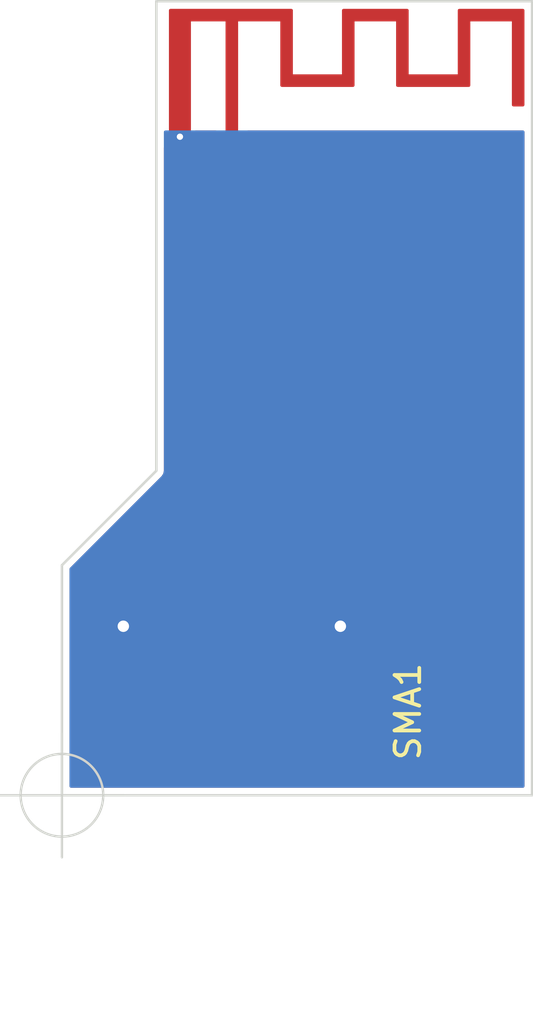
<source format=kicad_pcb>
(kicad_pcb (version 4) (host pcbnew 4.0.5)

  (general
    (links 10)
    (no_connects 0)
    (area 141.518 94.450699 163.040061 135.927001)
    (thickness 1.6)
    (drawings 7)
    (tracks 1)
    (zones 0)
    (modules 1)
    (nets 2)
  )

  (page A4)
  (layers
    (0 F.Cu signal)
    (31 B.Cu signal)
    (32 B.Adhes user hide)
    (33 F.Adhes user hide)
    (34 B.Paste user hide)
    (35 F.Paste user hide)
    (36 B.SilkS user hide)
    (37 F.SilkS user hide)
    (38 B.Mask user hide)
    (39 F.Mask user hide)
    (40 Dwgs.User user hide)
    (41 Cmts.User user hide)
    (42 Eco1.User user hide)
    (43 Eco2.User user hide)
    (44 Edge.Cuts user)
    (45 Margin user hide)
    (46 B.CrtYd user hide)
    (47 F.CrtYd user hide)
    (48 B.Fab user hide)
    (49 F.Fab user hide)
  )

  (setup
    (last_trace_width 0.25)
    (user_trace_width 0.508)
    (user_trace_width 2.29108)
    (trace_clearance 0.2)
    (zone_clearance 0.254)
    (zone_45_only yes)
    (trace_min 0.127)
    (segment_width 0.2)
    (edge_width 0.09652)
    (via_size 0.6)
    (via_drill 0.4)
    (via_min_size 0.254)
    (via_min_drill 0.2032)
    (user_via 0.3048 0.254)
    (user_via 0.381 0.3048)
    (uvia_size 0.3)
    (uvia_drill 0.1)
    (uvias_allowed no)
    (uvia_min_size 0.2)
    (uvia_min_drill 0.1)
    (pcb_text_width 0.3)
    (pcb_text_size 1.5 1.5)
    (mod_edge_width 0.15)
    (mod_text_size 1 1)
    (mod_text_width 0.15)
    (pad_size 1.5 1.5)
    (pad_drill 0.6)
    (pad_to_mask_clearance 0)
    (aux_axis_origin 0 0)
    (grid_origin 144.018 126.5047)
    (visible_elements 7FFFFFDF)
    (pcbplotparams
      (layerselection 0x01000_80000001)
      (usegerberextensions true)
      (usegerberattributes true)
      (excludeedgelayer true)
      (linewidth 0.020000)
      (plotframeref false)
      (viasonmask false)
      (mode 1)
      (useauxorigin true)
      (hpglpennumber 1)
      (hpglpenspeed 20)
      (hpglpendiameter 15)
      (hpglpenoverlay 2)
      (psnegative false)
      (psa4output false)
      (plotreference true)
      (plotvalue true)
      (plotinvisibletext false)
      (padsonsilk false)
      (subtractmaskfromsilk false)
      (outputformat 1)
      (mirror false)
      (drillshape 0)
      (scaleselection 1)
      (outputdirectory ""))
  )

  (net 0 "")
  (net 1 GND)

  (net_class Default "This is the default net class."
    (clearance 0.2)
    (trace_width 0.25)
    (via_dia 0.6)
    (via_drill 0.4)
    (uvia_dia 0.3)
    (uvia_drill 0.1)
    (add_net GND)
  )

  (module Connectors_Molex:Molex_SMA_Jack_Edge_Mount (layer F.Cu) (tedit 587D2992) (tstamp 58AE1DF6)
    (at 150.876 121.412 90)
    (descr "Molex SMA Jack, Edge Mount, http://www.molex.com/pdm_docs/sd/732511150_sd.pdf")
    (tags "sma edge")
    (path /58AB8622)
    (attr smd)
    (fp_text reference SMA1 (at -1.72 7.11 90) (layer F.SilkS)
      (effects (font (size 1 1) (thickness 0.15)))
    )
    (fp_text value SMA_JPXSTEM1 (at -1.72 -7.11 90) (layer F.Fab)
      (effects (font (size 1 1) (thickness 0.15)))
    )
    (fp_line (start -4.76 -0.38) (end 0.49 -0.38) (layer F.Fab) (width 0.1))
    (fp_line (start -4.76 0.38) (end 0.49 0.38) (layer F.Fab) (width 0.1))
    (fp_line (start 0.49 -0.38) (end 0.49 0.38) (layer F.Fab) (width 0.1))
    (fp_line (start 0.49 3.75) (end 0.49 4.76) (layer F.Fab) (width 0.1))
    (fp_line (start 0.49 -4.76) (end 0.49 -3.75) (layer F.Fab) (width 0.1))
    (fp_line (start -14.29 -6.09) (end -14.29 6.09) (layer F.CrtYd) (width 0.05))
    (fp_line (start -14.29 6.09) (end 2.71 6.09) (layer F.CrtYd) (width 0.05))
    (fp_line (start 2.71 -6.09) (end 2.71 6.09) (layer B.CrtYd) (width 0.05))
    (fp_line (start -14.29 -6.09) (end 2.71 -6.09) (layer B.CrtYd) (width 0.05))
    (fp_line (start -14.29 -6.09) (end -14.29 6.09) (layer B.CrtYd) (width 0.05))
    (fp_line (start -14.29 6.09) (end 2.71 6.09) (layer B.CrtYd) (width 0.05))
    (fp_line (start 2.71 -6.09) (end 2.71 6.09) (layer F.CrtYd) (width 0.05))
    (fp_line (start 2.71 -6.09) (end -14.29 -6.09) (layer F.CrtYd) (width 0.05))
    (fp_line (start -4.76 -3.75) (end 0.49 -3.75) (layer F.Fab) (width 0.1))
    (fp_line (start -4.76 3.75) (end 0.49 3.75) (layer F.Fab) (width 0.1))
    (fp_line (start -13.79 -2.65) (end -5.91 -2.65) (layer F.Fab) (width 0.1))
    (fp_line (start -13.79 -2.65) (end -13.79 2.65) (layer F.Fab) (width 0.1))
    (fp_line (start -13.79 2.65) (end -5.91 2.65) (layer F.Fab) (width 0.1))
    (fp_line (start -4.76 -3.75) (end -4.76 3.75) (layer F.Fab) (width 0.1))
    (fp_line (start 0.49 -4.76) (end -5.91 -4.76) (layer F.Fab) (width 0.1))
    (fp_line (start -5.91 -4.76) (end -5.91 4.76) (layer F.Fab) (width 0.1))
    (fp_line (start -5.91 4.76) (end 0.49 4.76) (layer F.Fab) (width 0.1))
    (pad 1 smd rect (at -1.72 0 90) (size 5.08 2.29) (layers F.Cu F.Paste F.Mask)
      (net 1 GND))
    (pad 2 smd rect (at -1.72 -4.38 90) (size 5.08 2.42) (layers F.Cu F.Paste F.Mask)
      (net 1 GND))
    (pad 2 smd rect (at -1.72 4.38 90) (size 5.08 2.42) (layers F.Cu F.Paste F.Mask)
      (net 1 GND))
    (pad 2 smd rect (at -1.72 -4.38 90) (size 5.08 2.42) (layers B.Cu B.Paste B.Mask)
      (net 1 GND))
    (pad 2 smd rect (at -1.72 4.38 90) (size 5.08 2.42) (layers B.Cu B.Paste B.Mask)
      (net 1 GND))
    (pad 2 thru_hole circle (at 1.72 -4.38 90) (size 0.97 0.97) (drill 0.46) (layers *.Cu)
      (net 1 GND))
    (pad 2 thru_hole circle (at 1.72 4.38 90) (size 0.97 0.97) (drill 0.46) (layers *.Cu)
      (net 1 GND))
    (pad 2 smd rect (at 1.27 -4.38 90) (size 0.89 0.46) (layers F.Cu)
      (net 1 GND))
    (pad 2 smd rect (at 1.27 4.38 90) (size 0.89 0.46) (layers F.Cu)
      (net 1 GND))
    (pad 2 smd rect (at 1.27 -4.38 90) (size 0.89 0.46) (layers B.Cu)
      (net 1 GND))
    (pad 2 smd rect (at 1.27 4.38 90) (size 0.89 0.46) (layers B.Cu)
      (net 1 GND))
  )

  (target plus (at 144.018 126.5047) (size 5) (width 0.09652) (layer Edge.Cuts))
  (gr_line (start 162.9918 94.5007) (end 147.828 94.5007) (angle 90) (layer Edge.Cuts) (width 0.09652))
  (gr_line (start 162.9918 126.5047) (end 162.9918 94.5007) (angle 90) (layer Edge.Cuts) (width 0.09652))
  (gr_line (start 144.018 126.5047) (end 162.9918 126.5047) (angle 90) (layer Edge.Cuts) (width 0.09652))
  (gr_line (start 147.828 113.4237) (end 147.828 94.5007) (angle 90) (layer Edge.Cuts) (width 0.1))
  (gr_line (start 144.018 117.2337) (end 147.828 113.4237) (angle 90) (layer Edge.Cuts) (width 0.1))
  (gr_line (start 144.018 126.5047) (end 144.018 117.2337) (angle 90) (layer Edge.Cuts) (width 0.1))

  (via (at 148.7805 99.9617) (size 0.3048) (drill 0.254) (layers F.Cu B.Cu) (net 1))

  (zone (net 1) (net_name GND) (layer F.Cu) (tstamp 58AE73CE) (hatch edge 0.508)
    (connect_pads yes (clearance 0.254))
    (min_thickness 0.127)
    (fill yes (mode segment) (arc_segments 16) (thermal_gap 0.508) (thermal_bridge_width 0.508))
    (polygon
      (pts
        (xy 153.3398 97.4471) (xy 155.321 97.4471) (xy 155.321 94.8055) (xy 158.0134 94.8055) (xy 158.0134 97.4471)
        (xy 159.9946 97.4471) (xy 159.9946 94.8055) (xy 162.687 94.8055) (xy 162.687 98.7425) (xy 162.179 98.7425)
        (xy 162.179 95.3135) (xy 160.5026 95.3135) (xy 160.5026 97.9551) (xy 157.5054 97.9551) (xy 157.5054 95.3135)
        (xy 155.829 95.3135) (xy 155.829 97.9551) (xy 152.8318 97.9551) (xy 152.8318 95.3135) (xy 151.13 95.3135)
        (xy 151.13 99.7077) (xy 152.019 100.7237) (xy 152.019 125.6665) (xy 149.733 125.6665) (xy 149.733 100.7237)
        (xy 150.622 99.7077) (xy 150.622 95.3135) (xy 149.225 95.3135) (xy 149.225 100.2157) (xy 148.8567 100.2157)
        (xy 148.8567 100.3427) (xy 149.352 100.3427) (xy 149.352 99.7077) (xy 150.368 99.7077) (xy 149.479 100.7237)
        (xy 149.479 125.9205) (xy 152.273 125.9205) (xy 152.273 100.7237) (xy 151.384 99.7077) (xy 162.9918 99.7077)
        (xy 162.9918 126.5047) (xy 144.018 126.5047) (xy 144.018 117.2337) (xy 147.828 113.4237) (xy 147.828 99.7077)
        (xy 148.209 99.7077) (xy 148.209 100.3427) (xy 148.7043 100.3427) (xy 148.7043 100.2157) (xy 148.336 100.2157)
        (xy 148.336 99.7077) (xy 148.336 94.8055) (xy 153.3398 94.8055)
      )
    )
    (filled_polygon
      (pts
        (xy 153.2763 97.4471) (xy 153.281303 97.471805) (xy 153.295523 97.492617) (xy 153.31672 97.506257) (xy 153.3398 97.5106)
        (xy 155.321 97.5106) (xy 155.345705 97.505597) (xy 155.366517 97.491377) (xy 155.380157 97.47018) (xy 155.3845 97.4471)
        (xy 155.3845 94.869) (xy 157.9499 94.869) (xy 157.9499 97.4471) (xy 157.954903 97.471805) (xy 157.969123 97.492617)
        (xy 157.99032 97.506257) (xy 158.0134 97.5106) (xy 159.9946 97.5106) (xy 160.019305 97.505597) (xy 160.040117 97.491377)
        (xy 160.053757 97.47018) (xy 160.0581 97.4471) (xy 160.0581 94.869) (xy 162.6235 94.869) (xy 162.6235 98.679)
        (xy 162.2425 98.679) (xy 162.2425 95.3135) (xy 162.237497 95.288795) (xy 162.223277 95.267983) (xy 162.20208 95.254343)
        (xy 162.179 95.25) (xy 160.5026 95.25) (xy 160.477895 95.255003) (xy 160.457083 95.269223) (xy 160.443443 95.29042)
        (xy 160.4391 95.3135) (xy 160.4391 97.8916) (xy 157.5689 97.8916) (xy 157.5689 95.3135) (xy 157.563897 95.288795)
        (xy 157.549677 95.267983) (xy 157.52848 95.254343) (xy 157.5054 95.25) (xy 155.829 95.25) (xy 155.804295 95.255003)
        (xy 155.783483 95.269223) (xy 155.769843 95.29042) (xy 155.7655 95.3135) (xy 155.7655 97.8916) (xy 152.8953 97.8916)
        (xy 152.8953 95.3135) (xy 152.890297 95.288795) (xy 152.876077 95.267983) (xy 152.85488 95.254343) (xy 152.8318 95.25)
        (xy 151.13 95.25) (xy 151.105295 95.255003) (xy 151.084483 95.269223) (xy 151.070843 95.29042) (xy 151.0665 95.3135)
        (xy 151.0665 99.7077) (xy 151.071503 99.732405) (xy 151.082211 99.749515) (xy 151.9555 100.74756) (xy 151.9555 125.603)
        (xy 149.7965 125.603) (xy 149.7965 100.74756) (xy 150.669789 99.749515) (xy 150.682292 99.727628) (xy 150.6855 99.7077)
        (xy 150.6855 95.3135) (xy 150.680497 95.288795) (xy 150.666277 95.267983) (xy 150.64508 95.254343) (xy 150.622 95.25)
        (xy 149.225 95.25) (xy 149.200295 95.255003) (xy 149.179483 95.269223) (xy 149.165843 95.29042) (xy 149.1615 95.3135)
        (xy 149.1615 100.1522) (xy 148.8567 100.1522) (xy 148.831995 100.157203) (xy 148.811183 100.171423) (xy 148.797543 100.19262)
        (xy 148.7932 100.2157) (xy 148.7932 100.3427) (xy 148.798203 100.367405) (xy 148.812423 100.388217) (xy 148.83362 100.401857)
        (xy 148.8567 100.4062) (xy 149.352 100.4062) (xy 149.376705 100.401197) (xy 149.397517 100.386977) (xy 149.411157 100.36578)
        (xy 149.4155 100.3427) (xy 149.4155 99.7712) (xy 150.22806 99.7712) (xy 149.431211 100.681885) (xy 149.418708 100.703772)
        (xy 149.4155 100.7237) (xy 149.4155 125.9205) (xy 149.420503 125.945205) (xy 149.434723 125.966017) (xy 149.45592 125.979657)
        (xy 149.479 125.984) (xy 152.273 125.984) (xy 152.297705 125.978997) (xy 152.318517 125.964777) (xy 152.332157 125.94358)
        (xy 152.3365 125.9205) (xy 152.3365 100.7237) (xy 152.331497 100.698995) (xy 152.320789 100.681885) (xy 151.52394 99.7712)
        (xy 162.62604 99.7712) (xy 162.62604 126.13894) (xy 144.3855 126.13894) (xy 144.3855 117.385924) (xy 148.087862 113.683562)
        (xy 148.167526 113.564336) (xy 148.195501 113.4237) (xy 148.1955 113.423695) (xy 148.1955 100.40366) (xy 148.209 100.4062)
        (xy 148.7043 100.4062) (xy 148.729005 100.401197) (xy 148.749817 100.386977) (xy 148.763457 100.36578) (xy 148.7678 100.3427)
        (xy 148.7678 100.2157) (xy 148.762797 100.190995) (xy 148.748577 100.170183) (xy 148.72738 100.156543) (xy 148.7043 100.1522)
        (xy 148.3995 100.1522) (xy 148.3995 94.869) (xy 153.2763 94.869)
      )
    )
    (fill_segments
      (pts (xy 148.3995 94.869) (xy 153.2763 94.869))
      (pts (xy 155.3845 94.869) (xy 157.9499 94.869))
      (pts (xy 160.0581 94.869) (xy 162.6235 94.869))
      (pts (xy 148.3995 94.9452) (xy 153.2763 94.9452))
      (pts (xy 155.3845 94.9452) (xy 157.9499 94.9452))
      (pts (xy 160.0581 94.9452) (xy 162.6235 94.9452))
      (pts (xy 148.3995 95.0214) (xy 153.2763 95.0214))
      (pts (xy 155.3845 95.0214) (xy 157.9499 95.0214))
      (pts (xy 160.0581 95.0214) (xy 162.6235 95.0214))
      (pts (xy 148.3995 95.0976) (xy 153.2763 95.0976))
      (pts (xy 155.3845 95.0976) (xy 157.9499 95.0976))
      (pts (xy 160.0581 95.0976) (xy 162.6235 95.0976))
      (pts (xy 148.3995 95.1738) (xy 153.2763 95.1738))
      (pts (xy 155.3845 95.1738) (xy 157.9499 95.1738))
      (pts (xy 160.0581 95.1738) (xy 162.6235 95.1738))
      (pts (xy 148.3995 95.25) (xy 149.225 95.25))
      (pts (xy 150.622 95.25) (xy 151.13 95.25))
      (pts (xy 152.8318 95.25) (xy 153.2763 95.25))
      (pts (xy 155.3845 95.25) (xy 155.829 95.25))
      (pts (xy 157.5054 95.25) (xy 157.9499 95.25))
      (pts (xy 160.0581 95.25) (xy 160.5026 95.25))
      (pts (xy 162.179 95.25) (xy 162.6235 95.25))
      (pts (xy 148.3995 95.3262) (xy 149.1615 95.3262))
      (pts (xy 150.6855 95.3262) (xy 151.0665 95.3262))
      (pts (xy 152.8953 95.3262) (xy 153.2763 95.3262))
      (pts (xy 155.3845 95.3262) (xy 155.7655 95.3262))
      (pts (xy 157.5689 95.3262) (xy 157.9499 95.3262))
      (pts (xy 160.0581 95.3262) (xy 160.4391 95.3262))
      (pts (xy 162.2425 95.3262) (xy 162.6235 95.3262))
      (pts (xy 148.3995 95.4024) (xy 149.1615 95.4024))
      (pts (xy 150.6855 95.4024) (xy 151.0665 95.4024))
      (pts (xy 152.8953 95.4024) (xy 153.2763 95.4024))
      (pts (xy 155.3845 95.4024) (xy 155.7655 95.4024))
      (pts (xy 157.5689 95.4024) (xy 157.9499 95.4024))
      (pts (xy 160.0581 95.4024) (xy 160.4391 95.4024))
      (pts (xy 162.2425 95.4024) (xy 162.6235 95.4024))
      (pts (xy 148.3995 95.4786) (xy 149.1615 95.4786))
      (pts (xy 150.6855 95.4786) (xy 151.0665 95.4786))
      (pts (xy 152.8953 95.4786) (xy 153.2763 95.4786))
      (pts (xy 155.3845 95.4786) (xy 155.7655 95.4786))
      (pts (xy 157.5689 95.4786) (xy 157.9499 95.4786))
      (pts (xy 160.0581 95.4786) (xy 160.4391 95.4786))
      (pts (xy 162.2425 95.4786) (xy 162.6235 95.4786))
      (pts (xy 148.3995 95.5548) (xy 149.1615 95.5548))
      (pts (xy 150.6855 95.5548) (xy 151.0665 95.5548))
      (pts (xy 152.8953 95.5548) (xy 153.2763 95.5548))
      (pts (xy 155.3845 95.5548) (xy 155.7655 95.5548))
      (pts (xy 157.5689 95.5548) (xy 157.9499 95.5548))
      (pts (xy 160.0581 95.5548) (xy 160.4391 95.5548))
      (pts (xy 162.2425 95.5548) (xy 162.6235 95.5548))
      (pts (xy 148.3995 95.631) (xy 149.1615 95.631))
      (pts (xy 150.6855 95.631) (xy 151.0665 95.631))
      (pts (xy 152.8953 95.631) (xy 153.2763 95.631))
      (pts (xy 155.3845 95.631) (xy 155.7655 95.631))
      (pts (xy 157.5689 95.631) (xy 157.9499 95.631))
      (pts (xy 160.0581 95.631) (xy 160.4391 95.631))
      (pts (xy 162.2425 95.631) (xy 162.6235 95.631))
      (pts (xy 148.3995 95.7072) (xy 149.1615 95.7072))
      (pts (xy 150.6855 95.7072) (xy 151.0665 95.7072))
      (pts (xy 152.8953 95.7072) (xy 153.2763 95.7072))
      (pts (xy 155.3845 95.7072) (xy 155.7655 95.7072))
      (pts (xy 157.5689 95.7072) (xy 157.9499 95.7072))
      (pts (xy 160.0581 95.7072) (xy 160.4391 95.7072))
      (pts (xy 162.2425 95.7072) (xy 162.6235 95.7072))
      (pts (xy 148.3995 95.7834) (xy 149.1615 95.7834))
      (pts (xy 150.6855 95.7834) (xy 151.0665 95.7834))
      (pts (xy 152.8953 95.7834) (xy 153.2763 95.7834))
      (pts (xy 155.3845 95.7834) (xy 155.7655 95.7834))
      (pts (xy 157.5689 95.7834) (xy 157.9499 95.7834))
      (pts (xy 160.0581 95.7834) (xy 160.4391 95.7834))
      (pts (xy 162.2425 95.7834) (xy 162.6235 95.7834))
      (pts (xy 148.3995 95.8596) (xy 149.1615 95.8596))
      (pts (xy 150.6855 95.8596) (xy 151.0665 95.8596))
      (pts (xy 152.8953 95.8596) (xy 153.2763 95.8596))
      (pts (xy 155.3845 95.8596) (xy 155.7655 95.8596))
      (pts (xy 157.5689 95.8596) (xy 157.9499 95.8596))
      (pts (xy 160.0581 95.8596) (xy 160.4391 95.8596))
      (pts (xy 162.2425 95.8596) (xy 162.6235 95.8596))
      (pts (xy 148.3995 95.9358) (xy 149.1615 95.9358))
      (pts (xy 150.6855 95.9358) (xy 151.0665 95.9358))
      (pts (xy 152.8953 95.9358) (xy 153.2763 95.9358))
      (pts (xy 155.3845 95.9358) (xy 155.7655 95.9358))
      (pts (xy 157.5689 95.9358) (xy 157.9499 95.9358))
      (pts (xy 160.0581 95.9358) (xy 160.4391 95.9358))
      (pts (xy 162.2425 95.9358) (xy 162.6235 95.9358))
      (pts (xy 148.3995 96.012) (xy 149.1615 96.012))
      (pts (xy 150.6855 96.012) (xy 151.0665 96.012))
      (pts (xy 152.8953 96.012) (xy 153.2763 96.012))
      (pts (xy 155.3845 96.012) (xy 155.7655 96.012))
      (pts (xy 157.5689 96.012) (xy 157.9499 96.012))
      (pts (xy 160.0581 96.012) (xy 160.4391 96.012))
      (pts (xy 162.2425 96.012) (xy 162.6235 96.012))
      (pts (xy 148.3995 96.0882) (xy 149.1615 96.0882))
      (pts (xy 150.6855 96.0882) (xy 151.0665 96.0882))
      (pts (xy 152.8953 96.0882) (xy 153.2763 96.0882))
      (pts (xy 155.3845 96.0882) (xy 155.7655 96.0882))
      (pts (xy 157.5689 96.0882) (xy 157.9499 96.0882))
      (pts (xy 160.0581 96.0882) (xy 160.4391 96.0882))
      (pts (xy 162.2425 96.0882) (xy 162.6235 96.0882))
      (pts (xy 148.3995 96.1644) (xy 149.1615 96.1644))
      (pts (xy 150.6855 96.1644) (xy 151.0665 96.1644))
      (pts (xy 152.8953 96.1644) (xy 153.2763 96.1644))
      (pts (xy 155.3845 96.1644) (xy 155.7655 96.1644))
      (pts (xy 157.5689 96.1644) (xy 157.9499 96.1644))
      (pts (xy 160.0581 96.1644) (xy 160.4391 96.1644))
      (pts (xy 162.2425 96.1644) (xy 162.6235 96.1644))
      (pts (xy 148.3995 96.2406) (xy 149.1615 96.2406))
      (pts (xy 150.6855 96.2406) (xy 151.0665 96.2406))
      (pts (xy 152.8953 96.2406) (xy 153.2763 96.2406))
      (pts (xy 155.3845 96.2406) (xy 155.7655 96.2406))
      (pts (xy 157.5689 96.2406) (xy 157.9499 96.2406))
      (pts (xy 160.0581 96.2406) (xy 160.4391 96.2406))
      (pts (xy 162.2425 96.2406) (xy 162.6235 96.2406))
      (pts (xy 148.3995 96.3168) (xy 149.1615 96.3168))
      (pts (xy 150.6855 96.3168) (xy 151.0665 96.3168))
      (pts (xy 152.8953 96.3168) (xy 153.2763 96.3168))
      (pts (xy 155.3845 96.3168) (xy 155.7655 96.3168))
      (pts (xy 157.5689 96.3168) (xy 157.9499 96.3168))
      (pts (xy 160.0581 96.3168) (xy 160.4391 96.3168))
      (pts (xy 162.2425 96.3168) (xy 162.6235 96.3168))
      (pts (xy 148.3995 96.393) (xy 149.1615 96.393))
      (pts (xy 150.6855 96.393) (xy 151.0665 96.393))
      (pts (xy 152.8953 96.393) (xy 153.2763 96.393))
      (pts (xy 155.3845 96.393) (xy 155.7655 96.393))
      (pts (xy 157.5689 96.393) (xy 157.9499 96.393))
      (pts (xy 160.0581 96.393) (xy 160.4391 96.393))
      (pts (xy 162.2425 96.393) (xy 162.6235 96.393))
      (pts (xy 148.3995 96.4692) (xy 149.1615 96.4692))
      (pts (xy 150.6855 96.4692) (xy 151.0665 96.4692))
      (pts (xy 152.8953 96.4692) (xy 153.2763 96.4692))
      (pts (xy 155.3845 96.4692) (xy 155.7655 96.4692))
      (pts (xy 157.5689 96.4692) (xy 157.9499 96.4692))
      (pts (xy 160.0581 96.4692) (xy 160.4391 96.4692))
      (pts (xy 162.2425 96.4692) (xy 162.6235 96.4692))
      (pts (xy 148.3995 96.5454) (xy 149.1615 96.5454))
      (pts (xy 150.6855 96.5454) (xy 151.0665 96.5454))
      (pts (xy 152.8953 96.5454) (xy 153.2763 96.5454))
      (pts (xy 155.3845 96.5454) (xy 155.7655 96.5454))
      (pts (xy 157.5689 96.5454) (xy 157.9499 96.5454))
      (pts (xy 160.0581 96.5454) (xy 160.4391 96.5454))
      (pts (xy 162.2425 96.5454) (xy 162.6235 96.5454))
      (pts (xy 148.3995 96.6216) (xy 149.1615 96.6216))
      (pts (xy 150.6855 96.6216) (xy 151.0665 96.6216))
      (pts (xy 152.8953 96.6216) (xy 153.2763 96.6216))
      (pts (xy 155.3845 96.6216) (xy 155.7655 96.6216))
      (pts (xy 157.5689 96.6216) (xy 157.9499 96.6216))
      (pts (xy 160.0581 96.6216) (xy 160.4391 96.6216))
      (pts (xy 162.2425 96.6216) (xy 162.6235 96.6216))
      (pts (xy 148.3995 96.6978) (xy 149.1615 96.6978))
      (pts (xy 150.6855 96.6978) (xy 151.0665 96.6978))
      (pts (xy 152.8953 96.6978) (xy 153.2763 96.6978))
      (pts (xy 155.3845 96.6978) (xy 155.7655 96.6978))
      (pts (xy 157.5689 96.6978) (xy 157.9499 96.6978))
      (pts (xy 160.0581 96.6978) (xy 160.4391 96.6978))
      (pts (xy 162.2425 96.6978) (xy 162.6235 96.6978))
      (pts (xy 148.3995 96.774) (xy 149.1615 96.774))
      (pts (xy 150.6855 96.774) (xy 151.0665 96.774))
      (pts (xy 152.8953 96.774) (xy 153.2763 96.774))
      (pts (xy 155.3845 96.774) (xy 155.7655 96.774))
      (pts (xy 157.5689 96.774) (xy 157.9499 96.774))
      (pts (xy 160.0581 96.774) (xy 160.4391 96.774))
      (pts (xy 162.2425 96.774) (xy 162.6235 96.774))
      (pts (xy 148.3995 96.8502) (xy 149.1615 96.8502))
      (pts (xy 150.6855 96.8502) (xy 151.0665 96.8502))
      (pts (xy 152.8953 96.8502) (xy 153.2763 96.8502))
      (pts (xy 155.3845 96.8502) (xy 155.7655 96.8502))
      (pts (xy 157.5689 96.8502) (xy 157.9499 96.8502))
      (pts (xy 160.0581 96.8502) (xy 160.4391 96.8502))
      (pts (xy 162.2425 96.8502) (xy 162.6235 96.8502))
      (pts (xy 148.3995 96.9264) (xy 149.1615 96.9264))
      (pts (xy 150.6855 96.9264) (xy 151.0665 96.9264))
      (pts (xy 152.8953 96.9264) (xy 153.2763 96.9264))
      (pts (xy 155.3845 96.9264) (xy 155.7655 96.9264))
      (pts (xy 157.5689 96.9264) (xy 157.9499 96.9264))
      (pts (xy 160.0581 96.9264) (xy 160.4391 96.9264))
      (pts (xy 162.2425 96.9264) (xy 162.6235 96.9264))
      (pts (xy 148.3995 97.0026) (xy 149.1615 97.0026))
      (pts (xy 150.6855 97.0026) (xy 151.0665 97.0026))
      (pts (xy 152.8953 97.0026) (xy 153.2763 97.0026))
      (pts (xy 155.3845 97.0026) (xy 155.7655 97.0026))
      (pts (xy 157.5689 97.0026) (xy 157.9499 97.0026))
      (pts (xy 160.0581 97.0026) (xy 160.4391 97.0026))
      (pts (xy 162.2425 97.0026) (xy 162.6235 97.0026))
      (pts (xy 148.3995 97.0788) (xy 149.1615 97.0788))
      (pts (xy 150.6855 97.0788) (xy 151.0665 97.0788))
      (pts (xy 152.8953 97.0788) (xy 153.2763 97.0788))
      (pts (xy 155.3845 97.0788) (xy 155.7655 97.0788))
      (pts (xy 157.5689 97.0788) (xy 157.9499 97.0788))
      (pts (xy 160.0581 97.0788) (xy 160.4391 97.0788))
      (pts (xy 162.2425 97.0788) (xy 162.6235 97.0788))
      (pts (xy 148.3995 97.155) (xy 149.1615 97.155))
      (pts (xy 150.6855 97.155) (xy 151.0665 97.155))
      (pts (xy 152.8953 97.155) (xy 153.2763 97.155))
      (pts (xy 155.3845 97.155) (xy 155.7655 97.155))
      (pts (xy 157.5689 97.155) (xy 157.9499 97.155))
      (pts (xy 160.0581 97.155) (xy 160.4391 97.155))
      (pts (xy 162.2425 97.155) (xy 162.6235 97.155))
      (pts (xy 148.3995 97.2312) (xy 149.1615 97.2312))
      (pts (xy 150.6855 97.2312) (xy 151.0665 97.2312))
      (pts (xy 152.8953 97.2312) (xy 153.2763 97.2312))
      (pts (xy 155.3845 97.2312) (xy 155.7655 97.2312))
      (pts (xy 157.5689 97.2312) (xy 157.9499 97.2312))
      (pts (xy 160.0581 97.2312) (xy 160.4391 97.2312))
      (pts (xy 162.2425 97.2312) (xy 162.6235 97.2312))
      (pts (xy 148.3995 97.3074) (xy 149.1615 97.3074))
      (pts (xy 150.6855 97.3074) (xy 151.0665 97.3074))
      (pts (xy 152.8953 97.3074) (xy 153.2763 97.3074))
      (pts (xy 155.3845 97.3074) (xy 155.7655 97.3074))
      (pts (xy 157.5689 97.3074) (xy 157.9499 97.3074))
      (pts (xy 160.0581 97.3074) (xy 160.4391 97.3074))
      (pts (xy 162.2425 97.3074) (xy 162.6235 97.3074))
      (pts (xy 148.3995 97.3836) (xy 149.1615 97.3836))
      (pts (xy 150.6855 97.3836) (xy 151.0665 97.3836))
      (pts (xy 152.8953 97.3836) (xy 153.2763 97.3836))
      (pts (xy 155.3845 97.3836) (xy 155.7655 97.3836))
      (pts (xy 157.5689 97.3836) (xy 157.9499 97.3836))
      (pts (xy 160.0581 97.3836) (xy 160.4391 97.3836))
      (pts (xy 162.2425 97.3836) (xy 162.6235 97.3836))
      (pts (xy 148.3995 97.4598) (xy 149.1615 97.4598))
      (pts (xy 150.6855 97.4598) (xy 151.0665 97.4598))
      (pts (xy 152.8953 97.4598) (xy 153.278871 97.4598))
      (pts (xy 155.38211 97.4598) (xy 155.7655 97.4598))
      (pts (xy 157.5689 97.4598) (xy 157.952471 97.4598))
      (pts (xy 160.05571 97.4598) (xy 160.4391 97.4598))
      (pts (xy 162.2425 97.4598) (xy 162.6235 97.4598))
      (pts (xy 148.3995 97.536) (xy 149.1615 97.536))
      (pts (xy 150.6855 97.536) (xy 151.0665 97.536))
      (pts (xy 152.8953 97.536) (xy 155.7655 97.536))
      (pts (xy 157.5689 97.536) (xy 160.4391 97.536))
      (pts (xy 162.2425 97.536) (xy 162.6235 97.536))
      (pts (xy 148.3995 97.6122) (xy 149.1615 97.6122))
      (pts (xy 150.6855 97.6122) (xy 151.0665 97.6122))
      (pts (xy 152.8953 97.6122) (xy 155.7655 97.6122))
      (pts (xy 157.5689 97.6122) (xy 160.4391 97.6122))
      (pts (xy 162.2425 97.6122) (xy 162.6235 97.6122))
      (pts (xy 148.3995 97.6884) (xy 149.1615 97.6884))
      (pts (xy 150.6855 97.6884) (xy 151.0665 97.6884))
      (pts (xy 152.8953 97.6884) (xy 155.7655 97.6884))
      (pts (xy 157.5689 97.6884) (xy 160.4391 97.6884))
      (pts (xy 162.2425 97.6884) (xy 162.6235 97.6884))
      (pts (xy 148.3995 97.7646) (xy 149.1615 97.7646))
      (pts (xy 150.6855 97.7646) (xy 151.0665 97.7646))
      (pts (xy 152.8953 97.7646) (xy 155.7655 97.7646))
      (pts (xy 157.5689 97.7646) (xy 160.4391 97.7646))
      (pts (xy 162.2425 97.7646) (xy 162.6235 97.7646))
      (pts (xy 148.3995 97.8408) (xy 149.1615 97.8408))
      (pts (xy 150.6855 97.8408) (xy 151.0665 97.8408))
      (pts (xy 152.8953 97.8408) (xy 155.7655 97.8408))
      (pts (xy 157.5689 97.8408) (xy 160.4391 97.8408))
      (pts (xy 162.2425 97.8408) (xy 162.6235 97.8408))
      (pts (xy 148.3995 97.917) (xy 149.1615 97.917))
      (pts (xy 150.6855 97.917) (xy 151.0665 97.917))
      (pts (xy 162.2425 97.917) (xy 162.6235 97.917))
      (pts (xy 148.3995 97.9932) (xy 149.1615 97.9932))
      (pts (xy 150.6855 97.9932) (xy 151.0665 97.9932))
      (pts (xy 162.2425 97.9932) (xy 162.6235 97.9932))
      (pts (xy 148.3995 98.0694) (xy 149.1615 98.0694))
      (pts (xy 150.6855 98.0694) (xy 151.0665 98.0694))
      (pts (xy 162.2425 98.0694) (xy 162.6235 98.0694))
      (pts (xy 148.3995 98.1456) (xy 149.1615 98.1456))
      (pts (xy 150.6855 98.1456) (xy 151.0665 98.1456))
      (pts (xy 162.2425 98.1456) (xy 162.6235 98.1456))
      (pts (xy 148.3995 98.2218) (xy 149.1615 98.2218))
      (pts (xy 150.6855 98.2218) (xy 151.0665 98.2218))
      (pts (xy 162.2425 98.2218) (xy 162.6235 98.2218))
      (pts (xy 148.3995 98.298) (xy 149.1615 98.298))
      (pts (xy 150.6855 98.298) (xy 151.0665 98.298))
      (pts (xy 162.2425 98.298) (xy 162.6235 98.298))
      (pts (xy 148.3995 98.3742) (xy 149.1615 98.3742))
      (pts (xy 150.6855 98.3742) (xy 151.0665 98.3742))
      (pts (xy 162.2425 98.3742) (xy 162.6235 98.3742))
      (pts (xy 148.3995 98.4504) (xy 149.1615 98.4504))
      (pts (xy 150.6855 98.4504) (xy 151.0665 98.4504))
      (pts (xy 162.2425 98.4504) (xy 162.6235 98.4504))
      (pts (xy 148.3995 98.5266) (xy 149.1615 98.5266))
      (pts (xy 150.6855 98.5266) (xy 151.0665 98.5266))
      (pts (xy 162.2425 98.5266) (xy 162.6235 98.5266))
      (pts (xy 148.3995 98.6028) (xy 149.1615 98.6028))
      (pts (xy 150.6855 98.6028) (xy 151.0665 98.6028))
      (pts (xy 162.2425 98.6028) (xy 162.6235 98.6028))
      (pts (xy 148.3995 98.679) (xy 149.1615 98.679))
      (pts (xy 150.6855 98.679) (xy 151.0665 98.679))
      (pts (xy 148.3995 98.7552) (xy 149.1615 98.7552))
      (pts (xy 150.6855 98.7552) (xy 151.0665 98.7552))
      (pts (xy 148.3995 98.8314) (xy 149.1615 98.8314))
      (pts (xy 150.6855 98.8314) (xy 151.0665 98.8314))
      (pts (xy 148.3995 98.9076) (xy 149.1615 98.9076))
      (pts (xy 150.6855 98.9076) (xy 151.0665 98.9076))
      (pts (xy 148.3995 98.9838) (xy 149.1615 98.9838))
      (pts (xy 150.6855 98.9838) (xy 151.0665 98.9838))
      (pts (xy 148.3995 99.06) (xy 149.1615 99.06))
      (pts (xy 150.6855 99.06) (xy 151.0665 99.06))
      (pts (xy 148.3995 99.1362) (xy 149.1615 99.1362))
      (pts (xy 150.6855 99.1362) (xy 151.0665 99.1362))
      (pts (xy 148.3995 99.2124) (xy 149.1615 99.2124))
      (pts (xy 150.6855 99.2124) (xy 151.0665 99.2124))
      (pts (xy 148.3995 99.2886) (xy 149.1615 99.2886))
      (pts (xy 150.6855 99.2886) (xy 151.0665 99.2886))
      (pts (xy 148.3995 99.3648) (xy 149.1615 99.3648))
      (pts (xy 150.6855 99.3648) (xy 151.0665 99.3648))
      (pts (xy 148.3995 99.441) (xy 149.1615 99.441))
      (pts (xy 150.6855 99.441) (xy 151.0665 99.441))
      (pts (xy 148.3995 99.5172) (xy 149.1615 99.5172))
      (pts (xy 150.6855 99.5172) (xy 151.0665 99.5172))
      (pts (xy 148.3995 99.5934) (xy 149.1615 99.5934))
      (pts (xy 150.6855 99.5934) (xy 151.0665 99.5934))
      (pts (xy 148.3995 99.6696) (xy 149.1615 99.6696))
      (pts (xy 150.6855 99.6696) (xy 151.0665 99.6696))
      (pts (xy 148.3995 99.7458) (xy 149.1615 99.7458))
      (pts (xy 150.671911 99.7458) (xy 151.079886 99.7458))
      (pts (xy 148.3995 99.822) (xy 149.1615 99.822))
      (pts (xy 149.4155 99.822) (xy 150.183611 99.822))
      (pts (xy 150.606364 99.822) (xy 151.145635 99.822))
      (pts (xy 151.56839 99.822) (xy 162.62604 99.822))
      (pts (xy 148.3995 99.8982) (xy 149.1615 99.8982))
      (pts (xy 149.4155 99.8982) (xy 150.116936 99.8982))
      (pts (xy 150.539689 99.8982) (xy 151.21231 99.8982))
      (pts (xy 151.635065 99.8982) (xy 162.62604 99.8982))
      (pts (xy 148.3995 99.9744) (xy 149.1615 99.9744))
      (pts (xy 149.4155 99.9744) (xy 150.050261 99.9744))
      (pts (xy 150.473014 99.9744) (xy 151.278985 99.9744))
      (pts (xy 151.70174 99.9744) (xy 162.62604 99.9744))
      (pts (xy 148.3995 100.0506) (xy 149.1615 100.0506))
      (pts (xy 149.4155 100.0506) (xy 149.983586 100.0506))
      (pts (xy 150.406339 100.0506) (xy 151.34566 100.0506))
      (pts (xy 151.768415 100.0506) (xy 162.62604 100.0506))
      (pts (xy 148.3995 100.1268) (xy 149.1615 100.1268))
      (pts (xy 149.4155 100.1268) (xy 149.916911 100.1268))
      (pts (xy 150.339664 100.1268) (xy 151.412335 100.1268))
      (pts (xy 151.83509 100.1268) (xy 162.62604 100.1268))
      (pts (xy 148.765229 100.203) (xy 148.79559 100.203))
      (pts (xy 149.4155 100.203) (xy 149.850236 100.203))
      (pts (xy 150.272989 100.203) (xy 151.47901 100.203))
      (pts (xy 151.901765 100.203) (xy 162.62604 100.203))
      (pts (xy 148.7678 100.2792) (xy 148.7932 100.2792))
      (pts (xy 149.4155 100.2792) (xy 149.783561 100.2792))
      (pts (xy 150.206314 100.2792) (xy 151.545685 100.2792))
      (pts (xy 151.96844 100.2792) (xy 162.62604 100.2792))
      (pts (xy 148.76541 100.3554) (xy 148.795771 100.3554))
      (pts (xy 149.41311 100.3554) (xy 149.716886 100.3554))
      (pts (xy 150.139639 100.3554) (xy 151.61236 100.3554))
      (pts (xy 152.035115 100.3554) (xy 162.62604 100.3554))
      (pts (xy 148.1955 100.4316) (xy 149.650211 100.4316))
      (pts (xy 150.072964 100.4316) (xy 151.679035 100.4316))
      (pts (xy 152.10179 100.4316) (xy 162.62604 100.4316))
      (pts (xy 148.1955 100.5078) (xy 149.583536 100.5078))
      (pts (xy 150.006289 100.5078) (xy 151.74571 100.5078))
      (pts (xy 152.168465 100.5078) (xy 162.62604 100.5078))
      (pts (xy 148.1955 100.584) (xy 149.516861 100.584))
      (pts (xy 149.939614 100.584) (xy 151.812385 100.584))
      (pts (xy 152.23514 100.584) (xy 162.62604 100.584))
      (pts (xy 148.1955 100.6602) (xy 149.450186 100.6602))
      (pts (xy 149.872939 100.6602) (xy 151.87906 100.6602))
      (pts (xy 152.301815 100.6602) (xy 162.62604 100.6602))
      (pts (xy 148.1955 100.7364) (xy 149.4155 100.7364))
      (pts (xy 149.806264 100.7364) (xy 151.945735 100.7364))
      (pts (xy 152.3365 100.7364) (xy 162.62604 100.7364))
      (pts (xy 148.1955 100.8126) (xy 149.4155 100.8126))
      (pts (xy 149.7965 100.8126) (xy 151.9555 100.8126))
      (pts (xy 152.3365 100.8126) (xy 162.62604 100.8126))
      (pts (xy 148.1955 100.8888) (xy 149.4155 100.8888))
      (pts (xy 149.7965 100.8888) (xy 151.9555 100.8888))
      (pts (xy 152.3365 100.8888) (xy 162.62604 100.8888))
      (pts (xy 148.1955 100.965) (xy 149.4155 100.965))
      (pts (xy 149.7965 100.965) (xy 151.9555 100.965))
      (pts (xy 152.3365 100.965) (xy 162.62604 100.965))
      (pts (xy 148.1955 101.0412) (xy 149.4155 101.0412))
      (pts (xy 149.7965 101.0412) (xy 151.9555 101.0412))
      (pts (xy 152.3365 101.0412) (xy 162.62604 101.0412))
      (pts (xy 148.1955 101.1174) (xy 149.4155 101.1174))
      (pts (xy 149.7965 101.1174) (xy 151.9555 101.1174))
      (pts (xy 152.3365 101.1174) (xy 162.62604 101.1174))
      (pts (xy 148.1955 101.1936) (xy 149.4155 101.1936))
      (pts (xy 149.7965 101.1936) (xy 151.9555 101.1936))
      (pts (xy 152.3365 101.1936) (xy 162.62604 101.1936))
      (pts (xy 148.1955 101.2698) (xy 149.4155 101.2698))
      (pts (xy 149.7965 101.2698) (xy 151.9555 101.2698))
      (pts (xy 152.3365 101.2698) (xy 162.62604 101.2698))
      (pts (xy 148.1955 101.346) (xy 149.4155 101.346))
      (pts (xy 149.7965 101.346) (xy 151.9555 101.346))
      (pts (xy 152.3365 101.346) (xy 162.62604 101.346))
      (pts (xy 148.1955 101.4222) (xy 149.4155 101.4222))
      (pts (xy 149.7965 101.4222) (xy 151.9555 101.4222))
      (pts (xy 152.3365 101.4222) (xy 162.62604 101.4222))
      (pts (xy 148.1955 101.4984) (xy 149.4155 101.4984))
      (pts (xy 149.7965 101.4984) (xy 151.9555 101.4984))
      (pts (xy 152.3365 101.4984) (xy 162.62604 101.4984))
      (pts (xy 148.1955 101.5746) (xy 149.4155 101.5746))
      (pts (xy 149.7965 101.5746) (xy 151.9555 101.5746))
      (pts (xy 152.3365 101.5746) (xy 162.62604 101.5746))
      (pts (xy 148.1955 101.6508) (xy 149.4155 101.6508))
      (pts (xy 149.7965 101.6508) (xy 151.9555 101.6508))
      (pts (xy 152.3365 101.6508) (xy 162.62604 101.6508))
      (pts (xy 148.1955 101.727) (xy 149.4155 101.727))
      (pts (xy 149.7965 101.727) (xy 151.9555 101.727))
      (pts (xy 152.3365 101.727) (xy 162.62604 101.727))
      (pts (xy 148.1955 101.8032) (xy 149.4155 101.8032))
      (pts (xy 149.7965 101.8032) (xy 151.9555 101.8032))
      (pts (xy 152.3365 101.8032) (xy 162.62604 101.8032))
      (pts (xy 148.1955 101.8794) (xy 149.4155 101.8794))
      (pts (xy 149.7965 101.8794) (xy 151.9555 101.8794))
      (pts (xy 152.3365 101.8794) (xy 162.62604 101.8794))
      (pts (xy 148.1955 101.9556) (xy 149.4155 101.9556))
      (pts (xy 149.7965 101.9556) (xy 151.9555 101.9556))
      (pts (xy 152.3365 101.9556) (xy 162.62604 101.9556))
      (pts (xy 148.1955 102.0318) (xy 149.4155 102.0318))
      (pts (xy 149.7965 102.0318) (xy 151.9555 102.0318))
      (pts (xy 152.3365 102.0318) (xy 162.62604 102.0318))
      (pts (xy 148.1955 102.108) (xy 149.4155 102.108))
      (pts (xy 149.7965 102.108) (xy 151.9555 102.108))
      (pts (xy 152.3365 102.108) (xy 162.62604 102.108))
      (pts (xy 148.1955 102.1842) (xy 149.4155 102.1842))
      (pts (xy 149.7965 102.1842) (xy 151.9555 102.1842))
      (pts (xy 152.3365 102.1842) (xy 162.62604 102.1842))
      (pts (xy 148.1955 102.2604) (xy 149.4155 102.2604))
      (pts (xy 149.7965 102.2604) (xy 151.9555 102.2604))
      (pts (xy 152.3365 102.2604) (xy 162.62604 102.2604))
      (pts (xy 148.1955 102.3366) (xy 149.4155 102.3366))
      (pts (xy 149.7965 102.3366) (xy 151.9555 102.3366))
      (pts (xy 152.3365 102.3366) (xy 162.62604 102.3366))
      (pts (xy 148.1955 102.4128) (xy 149.4155 102.4128))
      (pts (xy 149.7965 102.4128) (xy 151.9555 102.4128))
      (pts (xy 152.3365 102.4128) (xy 162.62604 102.4128))
      (pts (xy 148.1955 102.489) (xy 149.4155 102.489))
      (pts (xy 149.7965 102.489) (xy 151.9555 102.489))
      (pts (xy 152.3365 102.489) (xy 162.62604 102.489))
      (pts (xy 148.1955 102.5652) (xy 149.4155 102.5652))
      (pts (xy 149.7965 102.5652) (xy 151.9555 102.5652))
      (pts (xy 152.3365 102.5652) (xy 162.62604 102.5652))
      (pts (xy 148.1955 102.6414) (xy 149.4155 102.6414))
      (pts (xy 149.7965 102.6414) (xy 151.9555 102.6414))
      (pts (xy 152.3365 102.6414) (xy 162.62604 102.6414))
      (pts (xy 148.1955 102.7176) (xy 149.4155 102.7176))
      (pts (xy 149.7965 102.7176) (xy 151.9555 102.7176))
      (pts (xy 152.3365 102.7176) (xy 162.62604 102.7176))
      (pts (xy 148.1955 102.7938) (xy 149.4155 102.7938))
      (pts (xy 149.7965 102.7938) (xy 151.9555 102.7938))
      (pts (xy 152.3365 102.7938) (xy 162.62604 102.7938))
      (pts (xy 148.1955 102.87) (xy 149.4155 102.87))
      (pts (xy 149.7965 102.87) (xy 151.9555 102.87))
      (pts (xy 152.3365 102.87) (xy 162.62604 102.87))
      (pts (xy 148.1955 102.9462) (xy 149.4155 102.9462))
      (pts (xy 149.7965 102.9462) (xy 151.9555 102.9462))
      (pts (xy 152.3365 102.9462) (xy 162.62604 102.9462))
      (pts (xy 148.1955 103.0224) (xy 149.4155 103.0224))
      (pts (xy 149.7965 103.0224) (xy 151.9555 103.0224))
      (pts (xy 152.3365 103.0224) (xy 162.62604 103.0224))
      (pts (xy 148.1955 103.0986) (xy 149.4155 103.0986))
      (pts (xy 149.7965 103.0986) (xy 151.9555 103.0986))
      (pts (xy 152.3365 103.0986) (xy 162.62604 103.0986))
      (pts (xy 148.1955 103.1748) (xy 149.4155 103.1748))
      (pts (xy 149.7965 103.1748) (xy 151.9555 103.1748))
      (pts (xy 152.3365 103.1748) (xy 162.62604 103.1748))
      (pts (xy 148.1955 103.251) (xy 149.4155 103.251))
      (pts (xy 149.7965 103.251) (xy 151.9555 103.251))
      (pts (xy 152.3365 103.251) (xy 162.62604 103.251))
      (pts (xy 148.1955 103.3272) (xy 149.4155 103.3272))
      (pts (xy 149.7965 103.3272) (xy 151.9555 103.3272))
      (pts (xy 152.3365 103.3272) (xy 162.62604 103.3272))
      (pts (xy 148.1955 103.4034) (xy 149.4155 103.4034))
      (pts (xy 149.7965 103.4034) (xy 151.9555 103.4034))
      (pts (xy 152.3365 103.4034) (xy 162.62604 103.4034))
      (pts (xy 148.1955 103.4796) (xy 149.4155 103.4796))
      (pts (xy 149.7965 103.4796) (xy 151.9555 103.4796))
      (pts (xy 152.3365 103.4796) (xy 162.62604 103.4796))
      (pts (xy 148.1955 103.5558) (xy 149.4155 103.5558))
      (pts (xy 149.7965 103.5558) (xy 151.9555 103.5558))
      (pts (xy 152.3365 103.5558) (xy 162.62604 103.5558))
      (pts (xy 148.1955 103.632) (xy 149.4155 103.632))
      (pts (xy 149.7965 103.632) (xy 151.9555 103.632))
      (pts (xy 152.3365 103.632) (xy 162.62604 103.632))
      (pts (xy 148.1955 103.7082) (xy 149.4155 103.7082))
      (pts (xy 149.7965 103.7082) (xy 151.9555 103.7082))
      (pts (xy 152.3365 103.7082) (xy 162.62604 103.7082))
      (pts (xy 148.1955 103.7844) (xy 149.4155 103.7844))
      (pts (xy 149.7965 103.7844) (xy 151.9555 103.7844))
      (pts (xy 152.3365 103.7844) (xy 162.62604 103.7844))
      (pts (xy 148.1955 103.8606) (xy 149.4155 103.8606))
      (pts (xy 149.7965 103.8606) (xy 151.9555 103.8606))
      (pts (xy 152.3365 103.8606) (xy 162.62604 103.8606))
      (pts (xy 148.1955 103.9368) (xy 149.4155 103.9368))
      (pts (xy 149.7965 103.9368) (xy 151.9555 103.9368))
      (pts (xy 152.3365 103.9368) (xy 162.62604 103.9368))
      (pts (xy 148.1955 104.013) (xy 149.4155 104.013))
      (pts (xy 149.7965 104.013) (xy 151.9555 104.013))
      (pts (xy 152.3365 104.013) (xy 162.62604 104.013))
      (pts (xy 148.1955 104.0892) (xy 149.4155 104.0892))
      (pts (xy 149.7965 104.0892) (xy 151.9555 104.0892))
      (pts (xy 152.3365 104.0892) (xy 162.62604 104.0892))
      (pts (xy 148.1955 104.1654) (xy 149.4155 104.1654))
      (pts (xy 149.7965 104.1654) (xy 151.9555 104.1654))
      (pts (xy 152.3365 104.1654) (xy 162.62604 104.1654))
      (pts (xy 148.1955 104.2416) (xy 149.4155 104.2416))
      (pts (xy 149.7965 104.2416) (xy 151.9555 104.2416))
      (pts (xy 152.3365 104.2416) (xy 162.62604 104.2416))
      (pts (xy 148.1955 104.3178) (xy 149.4155 104.3178))
      (pts (xy 149.7965 104.3178) (xy 151.9555 104.3178))
      (pts (xy 152.3365 104.3178) (xy 162.62604 104.3178))
      (pts (xy 148.1955 104.394) (xy 149.4155 104.394))
      (pts (xy 149.7965 104.394) (xy 151.9555 104.394))
      (pts (xy 152.3365 104.394) (xy 162.62604 104.394))
      (pts (xy 148.1955 104.4702) (xy 149.4155 104.4702))
      (pts (xy 149.7965 104.4702) (xy 151.9555 104.4702))
      (pts (xy 152.3365 104.4702) (xy 162.62604 104.4702))
      (pts (xy 148.1955 104.5464) (xy 149.4155 104.5464))
      (pts (xy 149.7965 104.5464) (xy 151.9555 104.5464))
      (pts (xy 152.3365 104.5464) (xy 162.62604 104.5464))
      (pts (xy 148.1955 104.6226) (xy 149.4155 104.6226))
      (pts (xy 149.7965 104.6226) (xy 151.9555 104.6226))
      (pts (xy 152.3365 104.6226) (xy 162.62604 104.6226))
      (pts (xy 148.1955 104.6988) (xy 149.4155 104.6988))
      (pts (xy 149.7965 104.6988) (xy 151.9555 104.6988))
      (pts (xy 152.3365 104.6988) (xy 162.62604 104.6988))
      (pts (xy 148.1955 104.775) (xy 149.4155 104.775))
      (pts (xy 149.7965 104.775) (xy 151.9555 104.775))
      (pts (xy 152.3365 104.775) (xy 162.62604 104.775))
      (pts (xy 148.1955 104.8512) (xy 149.4155 104.8512))
      (pts (xy 149.7965 104.8512) (xy 151.9555 104.8512))
      (pts (xy 152.3365 104.8512) (xy 162.62604 104.8512))
      (pts (xy 148.1955 104.9274) (xy 149.4155 104.9274))
      (pts (xy 149.7965 104.9274) (xy 151.9555 104.9274))
      (pts (xy 152.3365 104.9274) (xy 162.62604 104.9274))
      (pts (xy 148.1955 105.0036) (xy 149.4155 105.0036))
      (pts (xy 149.7965 105.0036) (xy 151.9555 105.0036))
      (pts (xy 152.3365 105.0036) (xy 162.62604 105.0036))
      (pts (xy 148.1955 105.0798) (xy 149.4155 105.0798))
      (pts (xy 149.7965 105.0798) (xy 151.9555 105.0798))
      (pts (xy 152.3365 105.0798) (xy 162.62604 105.0798))
      (pts (xy 148.1955 105.156) (xy 149.4155 105.156))
      (pts (xy 149.7965 105.156) (xy 151.9555 105.156))
      (pts (xy 152.3365 105.156) (xy 162.62604 105.156))
      (pts (xy 148.1955 105.2322) (xy 149.4155 105.2322))
      (pts (xy 149.7965 105.2322) (xy 151.9555 105.2322))
      (pts (xy 152.3365 105.2322) (xy 162.62604 105.2322))
      (pts (xy 148.1955 105.3084) (xy 149.4155 105.3084))
      (pts (xy 149.7965 105.3084) (xy 151.9555 105.3084))
      (pts (xy 152.3365 105.3084) (xy 162.62604 105.3084))
      (pts (xy 148.1955 105.3846) (xy 149.4155 105.3846))
      (pts (xy 149.7965 105.3846) (xy 151.9555 105.3846))
      (pts (xy 152.3365 105.3846) (xy 162.62604 105.3846))
      (pts (xy 148.1955 105.4608) (xy 149.4155 105.4608))
      (pts (xy 149.7965 105.4608) (xy 151.9555 105.4608))
      (pts (xy 152.3365 105.4608) (xy 162.62604 105.4608))
      (pts (xy 148.1955 105.537) (xy 149.4155 105.537))
      (pts (xy 149.7965 105.537) (xy 151.9555 105.537))
      (pts (xy 152.3365 105.537) (xy 162.62604 105.537))
      (pts (xy 148.1955 105.6132) (xy 149.4155 105.6132))
      (pts (xy 149.7965 105.6132) (xy 151.9555 105.6132))
      (pts (xy 152.3365 105.6132) (xy 162.62604 105.6132))
      (pts (xy 148.1955 105.6894) (xy 149.4155 105.6894))
      (pts (xy 149.7965 105.6894) (xy 151.9555 105.6894))
      (pts (xy 152.3365 105.6894) (xy 162.62604 105.6894))
      (pts (xy 148.1955 105.7656) (xy 149.4155 105.7656))
      (pts (xy 149.7965 105.7656) (xy 151.9555 105.7656))
      (pts (xy 152.3365 105.7656) (xy 162.62604 105.7656))
      (pts (xy 148.1955 105.8418) (xy 149.4155 105.8418))
      (pts (xy 149.7965 105.8418) (xy 151.9555 105.8418))
      (pts (xy 152.3365 105.8418) (xy 162.62604 105.8418))
      (pts (xy 148.1955 105.918) (xy 149.4155 105.918))
      (pts (xy 149.7965 105.918) (xy 151.9555 105.918))
      (pts (xy 152.3365 105.918) (xy 162.62604 105.918))
      (pts (xy 148.1955 105.9942) (xy 149.4155 105.9942))
      (pts (xy 149.7965 105.9942) (xy 151.9555 105.9942))
      (pts (xy 152.3365 105.9942) (xy 162.62604 105.9942))
      (pts (xy 148.1955 106.0704) (xy 149.4155 106.0704))
      (pts (xy 149.7965 106.0704) (xy 151.9555 106.0704))
      (pts (xy 152.3365 106.0704) (xy 162.62604 106.0704))
      (pts (xy 148.1955 106.1466) (xy 149.4155 106.1466))
      (pts (xy 149.7965 106.1466) (xy 151.9555 106.1466))
      (pts (xy 152.3365 106.1466) (xy 162.62604 106.1466))
      (pts (xy 148.1955 106.2228) (xy 149.4155 106.2228))
      (pts (xy 149.7965 106.2228) (xy 151.9555 106.2228))
      (pts (xy 152.3365 106.2228) (xy 162.62604 106.2228))
      (pts (xy 148.1955 106.299) (xy 149.4155 106.299))
      (pts (xy 149.7965 106.299) (xy 151.9555 106.299))
      (pts (xy 152.3365 106.299) (xy 162.62604 106.299))
      (pts (xy 148.1955 106.3752) (xy 149.4155 106.3752))
      (pts (xy 149.7965 106.3752) (xy 151.9555 106.3752))
      (pts (xy 152.3365 106.3752) (xy 162.62604 106.3752))
      (pts (xy 148.1955 106.4514) (xy 149.4155 106.4514))
      (pts (xy 149.7965 106.4514) (xy 151.9555 106.4514))
      (pts (xy 152.3365 106.4514) (xy 162.62604 106.4514))
      (pts (xy 148.1955 106.5276) (xy 149.4155 106.5276))
      (pts (xy 149.7965 106.5276) (xy 151.9555 106.5276))
      (pts (xy 152.3365 106.5276) (xy 162.62604 106.5276))
      (pts (xy 148.1955 106.6038) (xy 149.4155 106.6038))
      (pts (xy 149.7965 106.6038) (xy 151.9555 106.6038))
      (pts (xy 152.3365 106.6038) (xy 162.62604 106.6038))
      (pts (xy 148.1955 106.68) (xy 149.4155 106.68))
      (pts (xy 149.7965 106.68) (xy 151.9555 106.68))
      (pts (xy 152.3365 106.68) (xy 162.62604 106.68))
      (pts (xy 148.1955 106.7562) (xy 149.4155 106.7562))
      (pts (xy 149.7965 106.7562) (xy 151.9555 106.7562))
      (pts (xy 152.3365 106.7562) (xy 162.62604 106.7562))
      (pts (xy 148.1955 106.8324) (xy 149.4155 106.8324))
      (pts (xy 149.7965 106.8324) (xy 151.9555 106.8324))
      (pts (xy 152.3365 106.8324) (xy 162.62604 106.8324))
      (pts (xy 148.1955 106.9086) (xy 149.4155 106.9086))
      (pts (xy 149.7965 106.9086) (xy 151.9555 106.9086))
      (pts (xy 152.3365 106.9086) (xy 162.62604 106.9086))
      (pts (xy 148.1955 106.9848) (xy 149.4155 106.9848))
      (pts (xy 149.7965 106.9848) (xy 151.9555 106.9848))
      (pts (xy 152.3365 106.9848) (xy 162.62604 106.9848))
      (pts (xy 148.1955 107.061) (xy 149.4155 107.061))
      (pts (xy 149.7965 107.061) (xy 151.9555 107.061))
      (pts (xy 152.3365 107.061) (xy 162.62604 107.061))
      (pts (xy 148.1955 107.1372) (xy 149.4155 107.1372))
      (pts (xy 149.7965 107.1372) (xy 151.9555 107.1372))
      (pts (xy 152.3365 107.1372) (xy 162.62604 107.1372))
      (pts (xy 148.1955 107.2134) (xy 149.4155 107.2134))
      (pts (xy 149.7965 107.2134) (xy 151.9555 107.2134))
      (pts (xy 152.3365 107.2134) (xy 162.62604 107.2134))
      (pts (xy 148.1955 107.2896) (xy 149.4155 107.2896))
      (pts (xy 149.7965 107.2896) (xy 151.9555 107.2896))
      (pts (xy 152.3365 107.2896) (xy 162.62604 107.2896))
      (pts (xy 148.1955 107.3658) (xy 149.4155 107.3658))
      (pts (xy 149.7965 107.3658) (xy 151.9555 107.3658))
      (pts (xy 152.3365 107.3658) (xy 162.62604 107.3658))
      (pts (xy 148.1955 107.442) (xy 149.4155 107.442))
      (pts (xy 149.7965 107.442) (xy 151.9555 107.442))
      (pts (xy 152.3365 107.442) (xy 162.62604 107.442))
      (pts (xy 148.1955 107.5182) (xy 149.4155 107.5182))
      (pts (xy 149.7965 107.5182) (xy 151.9555 107.5182))
      (pts (xy 152.3365 107.5182) (xy 162.62604 107.5182))
      (pts (xy 148.1955 107.5944) (xy 149.4155 107.5944))
      (pts (xy 149.7965 107.5944) (xy 151.9555 107.5944))
      (pts (xy 152.3365 107.5944) (xy 162.62604 107.5944))
      (pts (xy 148.1955 107.6706) (xy 149.4155 107.6706))
      (pts (xy 149.7965 107.6706) (xy 151.9555 107.6706))
      (pts (xy 152.3365 107.6706) (xy 162.62604 107.6706))
      (pts (xy 148.1955 107.7468) (xy 149.4155 107.7468))
      (pts (xy 149.7965 107.7468) (xy 151.9555 107.7468))
      (pts (xy 152.3365 107.7468) (xy 162.62604 107.7468))
      (pts (xy 148.1955 107.823) (xy 149.4155 107.823))
      (pts (xy 149.7965 107.823) (xy 151.9555 107.823))
      (pts (xy 152.3365 107.823) (xy 162.62604 107.823))
      (pts (xy 148.1955 107.8992) (xy 149.4155 107.8992))
      (pts (xy 149.7965 107.8992) (xy 151.9555 107.8992))
      (pts (xy 152.3365 107.8992) (xy 162.62604 107.8992))
      (pts (xy 148.1955 107.9754) (xy 149.4155 107.9754))
      (pts (xy 149.7965 107.9754) (xy 151.9555 107.9754))
      (pts (xy 152.3365 107.9754) (xy 162.62604 107.9754))
      (pts (xy 148.1955 108.0516) (xy 149.4155 108.0516))
      (pts (xy 149.7965 108.0516) (xy 151.9555 108.0516))
      (pts (xy 152.3365 108.0516) (xy 162.62604 108.0516))
      (pts (xy 148.1955 108.1278) (xy 149.4155 108.1278))
      (pts (xy 149.7965 108.1278) (xy 151.9555 108.1278))
      (pts (xy 152.3365 108.1278) (xy 162.62604 108.1278))
      (pts (xy 148.1955 108.204) (xy 149.4155 108.204))
      (pts (xy 149.7965 108.204) (xy 151.9555 108.204))
      (pts (xy 152.3365 108.204) (xy 162.62604 108.204))
      (pts (xy 148.1955 108.2802) (xy 149.4155 108.2802))
      (pts (xy 149.7965 108.2802) (xy 151.9555 108.2802))
      (pts (xy 152.3365 108.2802) (xy 162.62604 108.2802))
      (pts (xy 148.1955 108.3564) (xy 149.4155 108.3564))
      (pts (xy 149.7965 108.3564) (xy 151.9555 108.3564))
      (pts (xy 152.3365 108.3564) (xy 162.62604 108.3564))
      (pts (xy 148.1955 108.4326) (xy 149.4155 108.4326))
      (pts (xy 149.7965 108.4326) (xy 151.9555 108.4326))
      (pts (xy 152.3365 108.4326) (xy 162.62604 108.4326))
      (pts (xy 148.1955 108.5088) (xy 149.4155 108.5088))
      (pts (xy 149.7965 108.5088) (xy 151.9555 108.5088))
      (pts (xy 152.3365 108.5088) (xy 162.62604 108.5088))
      (pts (xy 148.1955 108.585) (xy 149.4155 108.585))
      (pts (xy 149.7965 108.585) (xy 151.9555 108.585))
      (pts (xy 152.3365 108.585) (xy 162.62604 108.585))
      (pts (xy 148.1955 108.6612) (xy 149.4155 108.6612))
      (pts (xy 149.7965 108.6612) (xy 151.9555 108.6612))
      (pts (xy 152.3365 108.6612) (xy 162.62604 108.6612))
      (pts (xy 148.1955 108.7374) (xy 149.4155 108.7374))
      (pts (xy 149.7965 108.7374) (xy 151.9555 108.7374))
      (pts (xy 152.3365 108.7374) (xy 162.62604 108.7374))
      (pts (xy 148.1955 108.8136) (xy 149.4155 108.8136))
      (pts (xy 149.7965 108.8136) (xy 151.9555 108.8136))
      (pts (xy 152.3365 108.8136) (xy 162.62604 108.8136))
      (pts (xy 148.1955 108.8898) (xy 149.4155 108.8898))
      (pts (xy 149.7965 108.8898) (xy 151.9555 108.8898))
      (pts (xy 152.3365 108.8898) (xy 162.62604 108.8898))
      (pts (xy 148.1955 108.966) (xy 149.4155 108.966))
      (pts (xy 149.7965 108.966) (xy 151.9555 108.966))
      (pts (xy 152.3365 108.966) (xy 162.62604 108.966))
      (pts (xy 148.1955 109.0422) (xy 149.4155 109.0422))
      (pts (xy 149.7965 109.0422) (xy 151.9555 109.0422))
      (pts (xy 152.3365 109.0422) (xy 162.62604 109.0422))
      (pts (xy 148.1955 109.1184) (xy 149.4155 109.1184))
      (pts (xy 149.7965 109.1184) (xy 151.9555 109.1184))
      (pts (xy 152.3365 109.1184) (xy 162.62604 109.1184))
      (pts (xy 148.1955 109.1946) (xy 149.4155 109.1946))
      (pts (xy 149.7965 109.1946) (xy 151.9555 109.1946))
      (pts (xy 152.3365 109.1946) (xy 162.62604 109.1946))
      (pts (xy 148.1955 109.2708) (xy 149.4155 109.2708))
      (pts (xy 149.7965 109.2708) (xy 151.9555 109.2708))
      (pts (xy 152.3365 109.2708) (xy 162.62604 109.2708))
      (pts (xy 148.1955 109.347) (xy 149.4155 109.347))
      (pts (xy 149.7965 109.347) (xy 151.9555 109.347))
      (pts (xy 152.3365 109.347) (xy 162.62604 109.347))
      (pts (xy 148.1955 109.4232) (xy 149.4155 109.4232))
      (pts (xy 149.7965 109.4232) (xy 151.9555 109.4232))
      (pts (xy 152.3365 109.4232) (xy 162.62604 109.4232))
      (pts (xy 148.1955 109.4994) (xy 149.4155 109.4994))
      (pts (xy 149.7965 109.4994) (xy 151.9555 109.4994))
      (pts (xy 152.3365 109.4994) (xy 162.62604 109.4994))
      (pts (xy 148.1955 109.5756) (xy 149.4155 109.5756))
      (pts (xy 149.7965 109.5756) (xy 151.9555 109.5756))
      (pts (xy 152.3365 109.5756) (xy 162.62604 109.5756))
      (pts (xy 148.1955 109.6518) (xy 149.4155 109.6518))
      (pts (xy 149.7965 109.6518) (xy 151.9555 109.6518))
      (pts (xy 152.3365 109.6518) (xy 162.62604 109.6518))
      (pts (xy 148.1955 109.728) (xy 149.4155 109.728))
      (pts (xy 149.7965 109.728) (xy 151.9555 109.728))
      (pts (xy 152.3365 109.728) (xy 162.62604 109.728))
      (pts (xy 148.1955 109.8042) (xy 149.4155 109.8042))
      (pts (xy 149.7965 109.8042) (xy 151.9555 109.8042))
      (pts (xy 152.3365 109.8042) (xy 162.62604 109.8042))
      (pts (xy 148.1955 109.8804) (xy 149.4155 109.8804))
      (pts (xy 149.7965 109.8804) (xy 151.9555 109.8804))
      (pts (xy 152.3365 109.8804) (xy 162.62604 109.8804))
      (pts (xy 148.1955 109.9566) (xy 149.4155 109.9566))
      (pts (xy 149.7965 109.9566) (xy 151.9555 109.9566))
      (pts (xy 152.3365 109.9566) (xy 162.62604 109.9566))
      (pts (xy 148.1955 110.0328) (xy 149.4155 110.0328))
      (pts (xy 149.7965 110.0328) (xy 151.9555 110.0328))
      (pts (xy 152.3365 110.0328) (xy 162.62604 110.0328))
      (pts (xy 148.1955 110.109) (xy 149.4155 110.109))
      (pts (xy 149.7965 110.109) (xy 151.9555 110.109))
      (pts (xy 152.3365 110.109) (xy 162.62604 110.109))
      (pts (xy 148.1955 110.1852) (xy 149.4155 110.1852))
      (pts (xy 149.7965 110.1852) (xy 151.9555 110.1852))
      (pts (xy 152.3365 110.1852) (xy 162.62604 110.1852))
      (pts (xy 148.1955 110.2614) (xy 149.4155 110.2614))
      (pts (xy 149.7965 110.2614) (xy 151.9555 110.2614))
      (pts (xy 152.3365 110.2614) (xy 162.62604 110.2614))
      (pts (xy 148.1955 110.3376) (xy 149.4155 110.3376))
      (pts (xy 149.7965 110.3376) (xy 151.9555 110.3376))
      (pts (xy 152.3365 110.3376) (xy 162.62604 110.3376))
      (pts (xy 148.1955 110.4138) (xy 149.4155 110.4138))
      (pts (xy 149.7965 110.4138) (xy 151.9555 110.4138))
      (pts (xy 152.3365 110.4138) (xy 162.62604 110.4138))
      (pts (xy 148.1955 110.49) (xy 149.4155 110.49))
      (pts (xy 149.7965 110.49) (xy 151.9555 110.49))
      (pts (xy 152.3365 110.49) (xy 162.62604 110.49))
      (pts (xy 148.1955 110.5662) (xy 149.4155 110.5662))
      (pts (xy 149.7965 110.5662) (xy 151.9555 110.5662))
      (pts (xy 152.3365 110.5662) (xy 162.62604 110.5662))
      (pts (xy 148.1955 110.6424) (xy 149.4155 110.6424))
      (pts (xy 149.7965 110.6424) (xy 151.9555 110.6424))
      (pts (xy 152.3365 110.6424) (xy 162.62604 110.6424))
      (pts (xy 148.1955 110.7186) (xy 149.4155 110.7186))
      (pts (xy 149.7965 110.7186) (xy 151.9555 110.7186))
      (pts (xy 152.3365 110.7186) (xy 162.62604 110.7186))
      (pts (xy 148.1955 110.7948) (xy 149.4155 110.7948))
      (pts (xy 149.7965 110.7948) (xy 151.9555 110.7948))
      (pts (xy 152.3365 110.7948) (xy 162.62604 110.7948))
      (pts (xy 148.1955 110.871) (xy 149.4155 110.871))
      (pts (xy 149.7965 110.871) (xy 151.9555 110.871))
      (pts (xy 152.3365 110.871) (xy 162.62604 110.871))
      (pts (xy 148.1955 110.9472) (xy 149.4155 110.9472))
      (pts (xy 149.7965 110.9472) (xy 151.9555 110.9472))
      (pts (xy 152.3365 110.9472) (xy 162.62604 110.9472))
      (pts (xy 148.1955 111.0234) (xy 149.4155 111.0234))
      (pts (xy 149.7965 111.0234) (xy 151.9555 111.0234))
      (pts (xy 152.3365 111.0234) (xy 162.62604 111.0234))
      (pts (xy 148.1955 111.0996) (xy 149.4155 111.0996))
      (pts (xy 149.7965 111.0996) (xy 151.9555 111.0996))
      (pts (xy 152.3365 111.0996) (xy 162.62604 111.0996))
      (pts (xy 148.1955 111.1758) (xy 149.4155 111.1758))
      (pts (xy 149.7965 111.1758) (xy 151.9555 111.1758))
      (pts (xy 152.3365 111.1758) (xy 162.62604 111.1758))
      (pts (xy 148.1955 111.252) (xy 149.4155 111.252))
      (pts (xy 149.7965 111.252) (xy 151.9555 111.252))
      (pts (xy 152.3365 111.252) (xy 162.62604 111.252))
      (pts (xy 148.1955 111.3282) (xy 149.4155 111.3282))
      (pts (xy 149.7965 111.3282) (xy 151.9555 111.3282))
      (pts (xy 152.3365 111.3282) (xy 162.62604 111.3282))
      (pts (xy 148.1955 111.4044) (xy 149.4155 111.4044))
      (pts (xy 149.7965 111.4044) (xy 151.9555 111.4044))
      (pts (xy 152.3365 111.4044) (xy 162.62604 111.4044))
      (pts (xy 148.1955 111.4806) (xy 149.4155 111.4806))
      (pts (xy 149.7965 111.4806) (xy 151.9555 111.4806))
      (pts (xy 152.3365 111.4806) (xy 162.62604 111.4806))
      (pts (xy 148.1955 111.5568) (xy 149.4155 111.5568))
      (pts (xy 149.7965 111.5568) (xy 151.9555 111.5568))
      (pts (xy 152.3365 111.5568) (xy 162.62604 111.5568))
      (pts (xy 148.1955 111.633) (xy 149.4155 111.633))
      (pts (xy 149.7965 111.633) (xy 151.9555 111.633))
      (pts (xy 152.3365 111.633) (xy 162.62604 111.633))
      (pts (xy 148.1955 111.7092) (xy 149.4155 111.7092))
      (pts (xy 149.7965 111.7092) (xy 151.9555 111.7092))
      (pts (xy 152.3365 111.7092) (xy 162.62604 111.7092))
      (pts (xy 148.1955 111.7854) (xy 149.4155 111.7854))
      (pts (xy 149.7965 111.7854) (xy 151.9555 111.7854))
      (pts (xy 152.3365 111.7854) (xy 162.62604 111.7854))
      (pts (xy 148.1955 111.8616) (xy 149.4155 111.8616))
      (pts (xy 149.7965 111.8616) (xy 151.9555 111.8616))
      (pts (xy 152.3365 111.8616) (xy 162.62604 111.8616))
      (pts (xy 148.1955 111.9378) (xy 149.4155 111.9378))
      (pts (xy 149.7965 111.9378) (xy 151.9555 111.9378))
      (pts (xy 152.3365 111.9378) (xy 162.62604 111.9378))
      (pts (xy 148.1955 112.014) (xy 149.4155 112.014))
      (pts (xy 149.7965 112.014) (xy 151.9555 112.014))
      (pts (xy 152.3365 112.014) (xy 162.62604 112.014))
      (pts (xy 148.1955 112.0902) (xy 149.4155 112.0902))
      (pts (xy 149.7965 112.0902) (xy 151.9555 112.0902))
      (pts (xy 152.3365 112.0902) (xy 162.62604 112.0902))
      (pts (xy 148.1955 112.1664) (xy 149.4155 112.1664))
      (pts (xy 149.7965 112.1664) (xy 151.9555 112.1664))
      (pts (xy 152.3365 112.1664) (xy 162.62604 112.1664))
      (pts (xy 148.1955 112.2426) (xy 149.4155 112.2426))
      (pts (xy 149.7965 112.2426) (xy 151.9555 112.2426))
      (pts (xy 152.3365 112.2426) (xy 162.62604 112.2426))
      (pts (xy 148.1955 112.3188) (xy 149.4155 112.3188))
      (pts (xy 149.7965 112.3188) (xy 151.9555 112.3188))
      (pts (xy 152.3365 112.3188) (xy 162.62604 112.3188))
      (pts (xy 148.1955 112.395) (xy 149.4155 112.395))
      (pts (xy 149.7965 112.395) (xy 151.9555 112.395))
      (pts (xy 152.3365 112.395) (xy 162.62604 112.395))
      (pts (xy 148.1955 112.4712) (xy 149.4155 112.4712))
      (pts (xy 149.7965 112.4712) (xy 151.9555 112.4712))
      (pts (xy 152.3365 112.4712) (xy 162.62604 112.4712))
      (pts (xy 148.1955 112.5474) (xy 149.4155 112.5474))
      (pts (xy 149.7965 112.5474) (xy 151.9555 112.5474))
      (pts (xy 152.3365 112.5474) (xy 162.62604 112.5474))
      (pts (xy 148.1955 112.6236) (xy 149.4155 112.6236))
      (pts (xy 149.7965 112.6236) (xy 151.9555 112.6236))
      (pts (xy 152.3365 112.6236) (xy 162.62604 112.6236))
      (pts (xy 148.1955 112.6998) (xy 149.4155 112.6998))
      (pts (xy 149.7965 112.6998) (xy 151.9555 112.6998))
      (pts (xy 152.3365 112.6998) (xy 162.62604 112.6998))
      (pts (xy 148.1955 112.776) (xy 149.4155 112.776))
      (pts (xy 149.7965 112.776) (xy 151.9555 112.776))
      (pts (xy 152.3365 112.776) (xy 162.62604 112.776))
      (pts (xy 148.1955 112.8522) (xy 149.4155 112.8522))
      (pts (xy 149.7965 112.8522) (xy 151.9555 112.8522))
      (pts (xy 152.3365 112.8522) (xy 162.62604 112.8522))
      (pts (xy 148.1955 112.9284) (xy 149.4155 112.9284))
      (pts (xy 149.7965 112.9284) (xy 151.9555 112.9284))
      (pts (xy 152.3365 112.9284) (xy 162.62604 112.9284))
      (pts (xy 148.1955 113.0046) (xy 149.4155 113.0046))
      (pts (xy 149.7965 113.0046) (xy 151.9555 113.0046))
      (pts (xy 152.3365 113.0046) (xy 162.62604 113.0046))
      (pts (xy 148.1955 113.0808) (xy 149.4155 113.0808))
      (pts (xy 149.7965 113.0808) (xy 151.9555 113.0808))
      (pts (xy 152.3365 113.0808) (xy 162.62604 113.0808))
      (pts (xy 148.1955 113.157) (xy 149.4155 113.157))
      (pts (xy 149.7965 113.157) (xy 151.9555 113.157))
      (pts (xy 152.3365 113.157) (xy 162.62604 113.157))
      (pts (xy 148.1955 113.2332) (xy 149.4155 113.2332))
      (pts (xy 149.7965 113.2332) (xy 151.9555 113.2332))
      (pts (xy 152.3365 113.2332) (xy 162.62604 113.2332))
      (pts (xy 148.1955 113.3094) (xy 149.4155 113.3094))
      (pts (xy 149.7965 113.3094) (xy 151.9555 113.3094))
      (pts (xy 152.3365 113.3094) (xy 162.62604 113.3094))
      (pts (xy 148.1955 113.3856) (xy 149.4155 113.3856))
      (pts (xy 149.7965 113.3856) (xy 151.9555 113.3856))
      (pts (xy 152.3365 113.3856) (xy 162.62604 113.3856))
      (pts (xy 148.187922 113.4618) (xy 149.4155 113.4618))
      (pts (xy 149.7965 113.4618) (xy 151.9555 113.4618))
      (pts (xy 152.3365 113.4618) (xy 162.62604 113.4618))
      (pts (xy 148.172764 113.538) (xy 149.4155 113.538))
      (pts (xy 149.7965 113.538) (xy 151.9555 113.538))
      (pts (xy 152.3365 113.538) (xy 162.62604 113.538))
      (pts (xy 148.134208 113.6142) (xy 149.4155 113.6142))
      (pts (xy 149.7965 113.6142) (xy 151.9555 113.6142))
      (pts (xy 152.3365 113.6142) (xy 162.62604 113.6142))
      (pts (xy 148.081024 113.6904) (xy 149.4155 113.6904))
      (pts (xy 149.7965 113.6904) (xy 151.9555 113.6904))
      (pts (xy 152.3365 113.6904) (xy 162.62604 113.6904))
      (pts (xy 148.004824 113.7666) (xy 149.4155 113.7666))
      (pts (xy 149.7965 113.7666) (xy 151.9555 113.7666))
      (pts (xy 152.3365 113.7666) (xy 162.62604 113.7666))
      (pts (xy 147.928624 113.8428) (xy 149.4155 113.8428))
      (pts (xy 149.7965 113.8428) (xy 151.9555 113.8428))
      (pts (xy 152.3365 113.8428) (xy 162.62604 113.8428))
      (pts (xy 147.852424 113.919) (xy 149.4155 113.919))
      (pts (xy 149.7965 113.919) (xy 151.9555 113.919))
      (pts (xy 152.3365 113.919) (xy 162.62604 113.919))
      (pts (xy 147.776224 113.9952) (xy 149.4155 113.9952))
      (pts (xy 149.7965 113.9952) (xy 151.9555 113.9952))
      (pts (xy 152.3365 113.9952) (xy 162.62604 113.9952))
      (pts (xy 147.700024 114.0714) (xy 149.4155 114.0714))
      (pts (xy 149.7965 114.0714) (xy 151.9555 114.0714))
      (pts (xy 152.3365 114.0714) (xy 162.62604 114.0714))
      (pts (xy 147.623824 114.1476) (xy 149.4155 114.1476))
      (pts (xy 149.7965 114.1476) (xy 151.9555 114.1476))
      (pts (xy 152.3365 114.1476) (xy 162.62604 114.1476))
      (pts (xy 147.547624 114.2238) (xy 149.4155 114.2238))
      (pts (xy 149.7965 114.2238) (xy 151.9555 114.2238))
      (pts (xy 152.3365 114.2238) (xy 162.62604 114.2238))
      (pts (xy 147.471424 114.3) (xy 149.4155 114.3))
      (pts (xy 149.7965 114.3) (xy 151.9555 114.3))
      (pts (xy 152.3365 114.3) (xy 162.62604 114.3))
      (pts (xy 147.395224 114.3762) (xy 149.4155 114.3762))
      (pts (xy 149.7965 114.3762) (xy 151.9555 114.3762))
      (pts (xy 152.3365 114.3762) (xy 162.62604 114.3762))
      (pts (xy 147.319024 114.4524) (xy 149.4155 114.4524))
      (pts (xy 149.7965 114.4524) (xy 151.9555 114.4524))
      (pts (xy 152.3365 114.4524) (xy 162.62604 114.4524))
      (pts (xy 147.242824 114.5286) (xy 149.4155 114.5286))
      (pts (xy 149.7965 114.5286) (xy 151.9555 114.5286))
      (pts (xy 152.3365 114.5286) (xy 162.62604 114.5286))
      (pts (xy 147.166624 114.6048) (xy 149.4155 114.6048))
      (pts (xy 149.7965 114.6048) (xy 151.9555 114.6048))
      (pts (xy 152.3365 114.6048) (xy 162.62604 114.6048))
      (pts (xy 147.090424 114.681) (xy 149.4155 114.681))
      (pts (xy 149.7965 114.681) (xy 151.9555 114.681))
      (pts (xy 152.3365 114.681) (xy 162.62604 114.681))
      (pts (xy 147.014224 114.7572) (xy 149.4155 114.7572))
      (pts (xy 149.7965 114.7572) (xy 151.9555 114.7572))
      (pts (xy 152.3365 114.7572) (xy 162.62604 114.7572))
      (pts (xy 146.938024 114.8334) (xy 149.4155 114.8334))
      (pts (xy 149.7965 114.8334) (xy 151.9555 114.8334))
      (pts (xy 152.3365 114.8334) (xy 162.62604 114.8334))
      (pts (xy 146.861824 114.9096) (xy 149.4155 114.9096))
      (pts (xy 149.7965 114.9096) (xy 151.9555 114.9096))
      (pts (xy 152.3365 114.9096) (xy 162.62604 114.9096))
      (pts (xy 146.785624 114.9858) (xy 149.4155 114.9858))
      (pts (xy 149.7965 114.9858) (xy 151.9555 114.9858))
      (pts (xy 152.3365 114.9858) (xy 162.62604 114.9858))
      (pts (xy 146.709424 115.062) (xy 149.4155 115.062))
      (pts (xy 149.7965 115.062) (xy 151.9555 115.062))
      (pts (xy 152.3365 115.062) (xy 162.62604 115.062))
      (pts (xy 146.633224 115.1382) (xy 149.4155 115.1382))
      (pts (xy 149.7965 115.1382) (xy 151.9555 115.1382))
      (pts (xy 152.3365 115.1382) (xy 162.62604 115.1382))
      (pts (xy 146.557024 115.2144) (xy 149.4155 115.2144))
      (pts (xy 149.7965 115.2144) (xy 151.9555 115.2144))
      (pts (xy 152.3365 115.2144) (xy 162.62604 115.2144))
      (pts (xy 146.480824 115.2906) (xy 149.4155 115.2906))
      (pts (xy 149.7965 115.2906) (xy 151.9555 115.2906))
      (pts (xy 152.3365 115.2906) (xy 162.62604 115.2906))
      (pts (xy 146.404624 115.3668) (xy 149.4155 115.3668))
      (pts (xy 149.7965 115.3668) (xy 151.9555 115.3668))
      (pts (xy 152.3365 115.3668) (xy 162.62604 115.3668))
      (pts (xy 146.328424 115.443) (xy 149.4155 115.443))
      (pts (xy 149.7965 115.443) (xy 151.9555 115.443))
      (pts (xy 152.3365 115.443) (xy 162.62604 115.443))
      (pts (xy 146.252224 115.5192) (xy 149.4155 115.5192))
      (pts (xy 149.7965 115.5192) (xy 151.9555 115.5192))
      (pts (xy 152.3365 115.5192) (xy 162.62604 115.5192))
      (pts (xy 146.176024 115.5954) (xy 149.4155 115.5954))
      (pts (xy 149.7965 115.5954) (xy 151.9555 115.5954))
      (pts (xy 152.3365 115.5954) (xy 162.62604 115.5954))
      (pts (xy 146.099824 115.6716) (xy 149.4155 115.6716))
      (pts (xy 149.7965 115.6716) (xy 151.9555 115.6716))
      (pts (xy 152.3365 115.6716) (xy 162.62604 115.6716))
      (pts (xy 146.023624 115.7478) (xy 149.4155 115.7478))
      (pts (xy 149.7965 115.7478) (xy 151.9555 115.7478))
      (pts (xy 152.3365 115.7478) (xy 162.62604 115.7478))
      (pts (xy 145.947424 115.824) (xy 149.4155 115.824))
      (pts (xy 149.7965 115.824) (xy 151.9555 115.824))
      (pts (xy 152.3365 115.824) (xy 162.62604 115.824))
      (pts (xy 145.871224 115.9002) (xy 149.4155 115.9002))
      (pts (xy 149.7965 115.9002) (xy 151.9555 115.9002))
      (pts (xy 152.3365 115.9002) (xy 162.62604 115.9002))
      (pts (xy 145.795024 115.9764) (xy 149.4155 115.9764))
      (pts (xy 149.7965 115.9764) (xy 151.9555 115.9764))
      (pts (xy 152.3365 115.9764) (xy 162.62604 115.9764))
      (pts (xy 145.718824 116.0526) (xy 149.4155 116.0526))
      (pts (xy 149.7965 116.0526) (xy 151.9555 116.0526))
      (pts (xy 152.3365 116.0526) (xy 162.62604 116.0526))
      (pts (xy 145.642624 116.1288) (xy 149.4155 116.1288))
      (pts (xy 149.7965 116.1288) (xy 151.9555 116.1288))
      (pts (xy 152.3365 116.1288) (xy 162.62604 116.1288))
      (pts (xy 145.566424 116.205) (xy 149.4155 116.205))
      (pts (xy 149.7965 116.205) (xy 151.9555 116.205))
      (pts (xy 152.3365 116.205) (xy 162.62604 116.205))
      (pts (xy 145.490224 116.2812) (xy 149.4155 116.2812))
      (pts (xy 149.7965 116.2812) (xy 151.9555 116.2812))
      (pts (xy 152.3365 116.2812) (xy 162.62604 116.2812))
      (pts (xy 145.414024 116.3574) (xy 149.4155 116.3574))
      (pts (xy 149.7965 116.3574) (xy 151.9555 116.3574))
      (pts (xy 152.3365 116.3574) (xy 162.62604 116.3574))
      (pts (xy 145.337824 116.4336) (xy 149.4155 116.4336))
      (pts (xy 149.7965 116.4336) (xy 151.9555 116.4336))
      (pts (xy 152.3365 116.4336) (xy 162.62604 116.4336))
      (pts (xy 145.261624 116.5098) (xy 149.4155 116.5098))
      (pts (xy 149.7965 116.5098) (xy 151.9555 116.5098))
      (pts (xy 152.3365 116.5098) (xy 162.62604 116.5098))
      (pts (xy 145.185424 116.586) (xy 149.4155 116.586))
      (pts (xy 149.7965 116.586) (xy 151.9555 116.586))
      (pts (xy 152.3365 116.586) (xy 162.62604 116.586))
      (pts (xy 145.109224 116.6622) (xy 149.4155 116.6622))
      (pts (xy 149.7965 116.6622) (xy 151.9555 116.6622))
      (pts (xy 152.3365 116.6622) (xy 162.62604 116.6622))
      (pts (xy 145.033024 116.7384) (xy 149.4155 116.7384))
      (pts (xy 149.7965 116.7384) (xy 151.9555 116.7384))
      (pts (xy 152.3365 116.7384) (xy 162.62604 116.7384))
      (pts (xy 144.956824 116.8146) (xy 149.4155 116.8146))
      (pts (xy 149.7965 116.8146) (xy 151.9555 116.8146))
      (pts (xy 152.3365 116.8146) (xy 162.62604 116.8146))
      (pts (xy 144.880624 116.8908) (xy 149.4155 116.8908))
      (pts (xy 149.7965 116.8908) (xy 151.9555 116.8908))
      (pts (xy 152.3365 116.8908) (xy 162.62604 116.8908))
      (pts (xy 144.804424 116.967) (xy 149.4155 116.967))
      (pts (xy 149.7965 116.967) (xy 151.9555 116.967))
      (pts (xy 152.3365 116.967) (xy 162.62604 116.967))
      (pts (xy 144.728224 117.0432) (xy 149.4155 117.0432))
      (pts (xy 149.7965 117.0432) (xy 151.9555 117.0432))
      (pts (xy 152.3365 117.0432) (xy 162.62604 117.0432))
      (pts (xy 144.652024 117.1194) (xy 149.4155 117.1194))
      (pts (xy 149.7965 117.1194) (xy 151.9555 117.1194))
      (pts (xy 152.3365 117.1194) (xy 162.62604 117.1194))
      (pts (xy 144.575824 117.1956) (xy 149.4155 117.1956))
      (pts (xy 149.7965 117.1956) (xy 151.9555 117.1956))
      (pts (xy 152.3365 117.1956) (xy 162.62604 117.1956))
      (pts (xy 144.499624 117.2718) (xy 149.4155 117.2718))
      (pts (xy 149.7965 117.2718) (xy 151.9555 117.2718))
      (pts (xy 152.3365 117.2718) (xy 162.62604 117.2718))
      (pts (xy 144.423424 117.348) (xy 149.4155 117.348))
      (pts (xy 149.7965 117.348) (xy 151.9555 117.348))
      (pts (xy 152.3365 117.348) (xy 162.62604 117.348))
      (pts (xy 144.3855 117.4242) (xy 149.4155 117.4242))
      (pts (xy 149.7965 117.4242) (xy 151.9555 117.4242))
      (pts (xy 152.3365 117.4242) (xy 162.62604 117.4242))
      (pts (xy 144.3855 117.5004) (xy 149.4155 117.5004))
      (pts (xy 149.7965 117.5004) (xy 151.9555 117.5004))
      (pts (xy 152.3365 117.5004) (xy 162.62604 117.5004))
      (pts (xy 144.3855 117.5766) (xy 149.4155 117.5766))
      (pts (xy 149.7965 117.5766) (xy 151.9555 117.5766))
      (pts (xy 152.3365 117.5766) (xy 162.62604 117.5766))
      (pts (xy 144.3855 117.6528) (xy 149.4155 117.6528))
      (pts (xy 149.7965 117.6528) (xy 151.9555 117.6528))
      (pts (xy 152.3365 117.6528) (xy 162.62604 117.6528))
      (pts (xy 144.3855 117.729) (xy 149.4155 117.729))
      (pts (xy 149.7965 117.729) (xy 151.9555 117.729))
      (pts (xy 152.3365 117.729) (xy 162.62604 117.729))
      (pts (xy 144.3855 117.8052) (xy 149.4155 117.8052))
      (pts (xy 149.7965 117.8052) (xy 151.9555 117.8052))
      (pts (xy 152.3365 117.8052) (xy 162.62604 117.8052))
      (pts (xy 144.3855 117.8814) (xy 149.4155 117.8814))
      (pts (xy 149.7965 117.8814) (xy 151.9555 117.8814))
      (pts (xy 152.3365 117.8814) (xy 162.62604 117.8814))
      (pts (xy 144.3855 117.9576) (xy 149.4155 117.9576))
      (pts (xy 149.7965 117.9576) (xy 151.9555 117.9576))
      (pts (xy 152.3365 117.9576) (xy 162.62604 117.9576))
      (pts (xy 144.3855 118.0338) (xy 149.4155 118.0338))
      (pts (xy 149.7965 118.0338) (xy 151.9555 118.0338))
      (pts (xy 152.3365 118.0338) (xy 162.62604 118.0338))
      (pts (xy 144.3855 118.11) (xy 149.4155 118.11))
      (pts (xy 149.7965 118.11) (xy 151.9555 118.11))
      (pts (xy 152.3365 118.11) (xy 162.62604 118.11))
      (pts (xy 144.3855 118.1862) (xy 149.4155 118.1862))
      (pts (xy 149.7965 118.1862) (xy 151.9555 118.1862))
      (pts (xy 152.3365 118.1862) (xy 162.62604 118.1862))
      (pts (xy 144.3855 118.2624) (xy 149.4155 118.2624))
      (pts (xy 149.7965 118.2624) (xy 151.9555 118.2624))
      (pts (xy 152.3365 118.2624) (xy 162.62604 118.2624))
      (pts (xy 144.3855 118.3386) (xy 149.4155 118.3386))
      (pts (xy 149.7965 118.3386) (xy 151.9555 118.3386))
      (pts (xy 152.3365 118.3386) (xy 162.62604 118.3386))
      (pts (xy 144.3855 118.4148) (xy 149.4155 118.4148))
      (pts (xy 149.7965 118.4148) (xy 151.9555 118.4148))
      (pts (xy 152.3365 118.4148) (xy 162.62604 118.4148))
      (pts (xy 144.3855 118.491) (xy 149.4155 118.491))
      (pts (xy 149.7965 118.491) (xy 151.9555 118.491))
      (pts (xy 152.3365 118.491) (xy 162.62604 118.491))
      (pts (xy 144.3855 118.5672) (xy 149.4155 118.5672))
      (pts (xy 149.7965 118.5672) (xy 151.9555 118.5672))
      (pts (xy 152.3365 118.5672) (xy 162.62604 118.5672))
      (pts (xy 144.3855 118.6434) (xy 149.4155 118.6434))
      (pts (xy 149.7965 118.6434) (xy 151.9555 118.6434))
      (pts (xy 152.3365 118.6434) (xy 162.62604 118.6434))
      (pts (xy 144.3855 118.7196) (xy 149.4155 118.7196))
      (pts (xy 149.7965 118.7196) (xy 151.9555 118.7196))
      (pts (xy 152.3365 118.7196) (xy 162.62604 118.7196))
      (pts (xy 144.3855 118.7958) (xy 149.4155 118.7958))
      (pts (xy 149.7965 118.7958) (xy 151.9555 118.7958))
      (pts (xy 152.3365 118.7958) (xy 162.62604 118.7958))
      (pts (xy 144.3855 118.872) (xy 149.4155 118.872))
      (pts (xy 149.7965 118.872) (xy 151.9555 118.872))
      (pts (xy 152.3365 118.872) (xy 162.62604 118.872))
      (pts (xy 144.3855 118.9482) (xy 149.4155 118.9482))
      (pts (xy 149.7965 118.9482) (xy 151.9555 118.9482))
      (pts (xy 152.3365 118.9482) (xy 162.62604 118.9482))
      (pts (xy 144.3855 119.0244) (xy 149.4155 119.0244))
      (pts (xy 149.7965 119.0244) (xy 151.9555 119.0244))
      (pts (xy 152.3365 119.0244) (xy 162.62604 119.0244))
      (pts (xy 144.3855 119.1006) (xy 149.4155 119.1006))
      (pts (xy 149.7965 119.1006) (xy 151.9555 119.1006))
      (pts (xy 152.3365 119.1006) (xy 162.62604 119.1006))
      (pts (xy 144.3855 119.1768) (xy 149.4155 119.1768))
      (pts (xy 149.7965 119.1768) (xy 151.9555 119.1768))
      (pts (xy 152.3365 119.1768) (xy 162.62604 119.1768))
      (pts (xy 144.3855 119.253) (xy 149.4155 119.253))
      (pts (xy 149.7965 119.253) (xy 151.9555 119.253))
      (pts (xy 152.3365 119.253) (xy 162.62604 119.253))
      (pts (xy 144.3855 119.3292) (xy 149.4155 119.3292))
      (pts (xy 149.7965 119.3292) (xy 151.9555 119.3292))
      (pts (xy 152.3365 119.3292) (xy 162.62604 119.3292))
      (pts (xy 144.3855 119.4054) (xy 149.4155 119.4054))
      (pts (xy 149.7965 119.4054) (xy 151.9555 119.4054))
      (pts (xy 152.3365 119.4054) (xy 162.62604 119.4054))
      (pts (xy 144.3855 119.4816) (xy 149.4155 119.4816))
      (pts (xy 149.7965 119.4816) (xy 151.9555 119.4816))
      (pts (xy 152.3365 119.4816) (xy 162.62604 119.4816))
      (pts (xy 144.3855 119.5578) (xy 149.4155 119.5578))
      (pts (xy 149.7965 119.5578) (xy 151.9555 119.5578))
      (pts (xy 152.3365 119.5578) (xy 162.62604 119.5578))
      (pts (xy 144.3855 119.634) (xy 149.4155 119.634))
      (pts (xy 149.7965 119.634) (xy 151.9555 119.634))
      (pts (xy 152.3365 119.634) (xy 162.62604 119.634))
      (pts (xy 144.3855 119.7102) (xy 149.4155 119.7102))
      (pts (xy 149.7965 119.7102) (xy 151.9555 119.7102))
      (pts (xy 152.3365 119.7102) (xy 162.62604 119.7102))
      (pts (xy 144.3855 119.7864) (xy 149.4155 119.7864))
      (pts (xy 149.7965 119.7864) (xy 151.9555 119.7864))
      (pts (xy 152.3365 119.7864) (xy 162.62604 119.7864))
      (pts (xy 144.3855 119.8626) (xy 149.4155 119.8626))
      (pts (xy 149.7965 119.8626) (xy 151.9555 119.8626))
      (pts (xy 152.3365 119.8626) (xy 162.62604 119.8626))
      (pts (xy 144.3855 119.9388) (xy 149.4155 119.9388))
      (pts (xy 149.7965 119.9388) (xy 151.9555 119.9388))
      (pts (xy 152.3365 119.9388) (xy 162.62604 119.9388))
      (pts (xy 144.3855 120.015) (xy 149.4155 120.015))
      (pts (xy 149.7965 120.015) (xy 151.9555 120.015))
      (pts (xy 152.3365 120.015) (xy 162.62604 120.015))
      (pts (xy 144.3855 120.0912) (xy 149.4155 120.0912))
      (pts (xy 149.7965 120.0912) (xy 151.9555 120.0912))
      (pts (xy 152.3365 120.0912) (xy 162.62604 120.0912))
      (pts (xy 144.3855 120.1674) (xy 149.4155 120.1674))
      (pts (xy 149.7965 120.1674) (xy 151.9555 120.1674))
      (pts (xy 152.3365 120.1674) (xy 162.62604 120.1674))
      (pts (xy 144.3855 120.2436) (xy 149.4155 120.2436))
      (pts (xy 149.7965 120.2436) (xy 151.9555 120.2436))
      (pts (xy 152.3365 120.2436) (xy 162.62604 120.2436))
      (pts (xy 144.3855 120.3198) (xy 149.4155 120.3198))
      (pts (xy 149.7965 120.3198) (xy 151.9555 120.3198))
      (pts (xy 152.3365 120.3198) (xy 162.62604 120.3198))
      (pts (xy 144.3855 120.396) (xy 149.4155 120.396))
      (pts (xy 149.7965 120.396) (xy 151.9555 120.396))
      (pts (xy 152.3365 120.396) (xy 162.62604 120.396))
      (pts (xy 144.3855 120.4722) (xy 149.4155 120.4722))
      (pts (xy 149.7965 120.4722) (xy 151.9555 120.4722))
      (pts (xy 152.3365 120.4722) (xy 162.62604 120.4722))
      (pts (xy 144.3855 120.5484) (xy 149.4155 120.5484))
      (pts (xy 149.7965 120.5484) (xy 151.9555 120.5484))
      (pts (xy 152.3365 120.5484) (xy 162.62604 120.5484))
      (pts (xy 144.3855 120.6246) (xy 149.4155 120.6246))
      (pts (xy 149.7965 120.6246) (xy 151.9555 120.6246))
      (pts (xy 152.3365 120.6246) (xy 162.62604 120.6246))
      (pts (xy 144.3855 120.7008) (xy 149.4155 120.7008))
      (pts (xy 149.7965 120.7008) (xy 151.9555 120.7008))
      (pts (xy 152.3365 120.7008) (xy 162.62604 120.7008))
      (pts (xy 144.3855 120.777) (xy 149.4155 120.777))
      (pts (xy 149.7965 120.777) (xy 151.9555 120.777))
      (pts (xy 152.3365 120.777) (xy 162.62604 120.777))
      (pts (xy 144.3855 120.8532) (xy 149.4155 120.8532))
      (pts (xy 149.7965 120.8532) (xy 151.9555 120.8532))
      (pts (xy 152.3365 120.8532) (xy 162.62604 120.8532))
      (pts (xy 144.3855 120.9294) (xy 149.4155 120.9294))
      (pts (xy 149.7965 120.9294) (xy 151.9555 120.9294))
      (pts (xy 152.3365 120.9294) (xy 162.62604 120.9294))
      (pts (xy 144.3855 121.0056) (xy 149.4155 121.0056))
      (pts (xy 149.7965 121.0056) (xy 151.9555 121.0056))
      (pts (xy 152.3365 121.0056) (xy 162.62604 121.0056))
      (pts (xy 144.3855 121.0818) (xy 149.4155 121.0818))
      (pts (xy 149.7965 121.0818) (xy 151.9555 121.0818))
      (pts (xy 152.3365 121.0818) (xy 162.62604 121.0818))
      (pts (xy 144.3855 121.158) (xy 149.4155 121.158))
      (pts (xy 149.7965 121.158) (xy 151.9555 121.158))
      (pts (xy 152.3365 121.158) (xy 162.62604 121.158))
      (pts (xy 144.3855 121.2342) (xy 149.4155 121.2342))
      (pts (xy 149.7965 121.2342) (xy 151.9555 121.2342))
      (pts (xy 152.3365 121.2342) (xy 162.62604 121.2342))
      (pts (xy 144.3855 121.3104) (xy 149.4155 121.3104))
      (pts (xy 149.7965 121.3104) (xy 151.9555 121.3104))
      (pts (xy 152.3365 121.3104) (xy 162.62604 121.3104))
      (pts (xy 144.3855 121.3866) (xy 149.4155 121.3866))
      (pts (xy 149.7965 121.3866) (xy 151.9555 121.3866))
      (pts (xy 152.3365 121.3866) (xy 162.62604 121.3866))
      (pts (xy 144.3855 121.4628) (xy 149.4155 121.4628))
      (pts (xy 149.7965 121.4628) (xy 151.9555 121.4628))
      (pts (xy 152.3365 121.4628) (xy 162.62604 121.4628))
      (pts (xy 144.3855 121.539) (xy 149.4155 121.539))
      (pts (xy 149.7965 121.539) (xy 151.9555 121.539))
      (pts (xy 152.3365 121.539) (xy 162.62604 121.539))
      (pts (xy 144.3855 121.6152) (xy 149.4155 121.6152))
      (pts (xy 149.7965 121.6152) (xy 151.9555 121.6152))
      (pts (xy 152.3365 121.6152) (xy 162.62604 121.6152))
      (pts (xy 144.3855 121.6914) (xy 149.4155 121.6914))
      (pts (xy 149.7965 121.6914) (xy 151.9555 121.6914))
      (pts (xy 152.3365 121.6914) (xy 162.62604 121.6914))
      (pts (xy 144.3855 121.7676) (xy 149.4155 121.7676))
      (pts (xy 149.7965 121.7676) (xy 151.9555 121.7676))
      (pts (xy 152.3365 121.7676) (xy 162.62604 121.7676))
      (pts (xy 144.3855 121.8438) (xy 149.4155 121.8438))
      (pts (xy 149.7965 121.8438) (xy 151.9555 121.8438))
      (pts (xy 152.3365 121.8438) (xy 162.62604 121.8438))
      (pts (xy 144.3855 121.92) (xy 149.4155 121.92))
      (pts (xy 149.7965 121.92) (xy 151.9555 121.92))
      (pts (xy 152.3365 121.92) (xy 162.62604 121.92))
      (pts (xy 144.3855 121.9962) (xy 149.4155 121.9962))
      (pts (xy 149.7965 121.9962) (xy 151.9555 121.9962))
      (pts (xy 152.3365 121.9962) (xy 162.62604 121.9962))
      (pts (xy 144.3855 122.0724) (xy 149.4155 122.0724))
      (pts (xy 149.7965 122.0724) (xy 151.9555 122.0724))
      (pts (xy 152.3365 122.0724) (xy 162.62604 122.0724))
      (pts (xy 144.3855 122.1486) (xy 149.4155 122.1486))
      (pts (xy 149.7965 122.1486) (xy 151.9555 122.1486))
      (pts (xy 152.3365 122.1486) (xy 162.62604 122.1486))
      (pts (xy 144.3855 122.2248) (xy 149.4155 122.2248))
      (pts (xy 149.7965 122.2248) (xy 151.9555 122.2248))
      (pts (xy 152.3365 122.2248) (xy 162.62604 122.2248))
      (pts (xy 144.3855 122.301) (xy 149.4155 122.301))
      (pts (xy 149.7965 122.301) (xy 151.9555 122.301))
      (pts (xy 152.3365 122.301) (xy 162.62604 122.301))
      (pts (xy 144.3855 122.3772) (xy 149.4155 122.3772))
      (pts (xy 149.7965 122.3772) (xy 151.9555 122.3772))
      (pts (xy 152.3365 122.3772) (xy 162.62604 122.3772))
      (pts (xy 144.3855 122.4534) (xy 149.4155 122.4534))
      (pts (xy 149.7965 122.4534) (xy 151.9555 122.4534))
      (pts (xy 152.3365 122.4534) (xy 162.62604 122.4534))
      (pts (xy 144.3855 122.5296) (xy 149.4155 122.5296))
      (pts (xy 149.7965 122.5296) (xy 151.9555 122.5296))
      (pts (xy 152.3365 122.5296) (xy 162.62604 122.5296))
      (pts (xy 144.3855 122.6058) (xy 149.4155 122.6058))
      (pts (xy 149.7965 122.6058) (xy 151.9555 122.6058))
      (pts (xy 152.3365 122.6058) (xy 162.62604 122.6058))
      (pts (xy 144.3855 122.682) (xy 149.4155 122.682))
      (pts (xy 149.7965 122.682) (xy 151.9555 122.682))
      (pts (xy 152.3365 122.682) (xy 162.62604 122.682))
      (pts (xy 144.3855 122.7582) (xy 149.4155 122.7582))
      (pts (xy 149.7965 122.7582) (xy 151.9555 122.7582))
      (pts (xy 152.3365 122.7582) (xy 162.62604 122.7582))
      (pts (xy 144.3855 122.8344) (xy 149.4155 122.8344))
      (pts (xy 149.7965 122.8344) (xy 151.9555 122.8344))
      (pts (xy 152.3365 122.8344) (xy 162.62604 122.8344))
      (pts (xy 144.3855 122.9106) (xy 149.4155 122.9106))
      (pts (xy 149.7965 122.9106) (xy 151.9555 122.9106))
      (pts (xy 152.3365 122.9106) (xy 162.62604 122.9106))
      (pts (xy 144.3855 122.9868) (xy 149.4155 122.9868))
      (pts (xy 149.7965 122.9868) (xy 151.9555 122.9868))
      (pts (xy 152.3365 122.9868) (xy 162.62604 122.9868))
      (pts (xy 144.3855 123.063) (xy 149.4155 123.063))
      (pts (xy 149.7965 123.063) (xy 151.9555 123.063))
      (pts (xy 152.3365 123.063) (xy 162.62604 123.063))
      (pts (xy 144.3855 123.1392) (xy 149.4155 123.1392))
      (pts (xy 149.7965 123.1392) (xy 151.9555 123.1392))
      (pts (xy 152.3365 123.1392) (xy 162.62604 123.1392))
      (pts (xy 144.3855 123.2154) (xy 149.4155 123.2154))
      (pts (xy 149.7965 123.2154) (xy 151.9555 123.2154))
      (pts (xy 152.3365 123.2154) (xy 162.62604 123.2154))
      (pts (xy 144.3855 123.2916) (xy 149.4155 123.2916))
      (pts (xy 149.7965 123.2916) (xy 151.9555 123.2916))
      (pts (xy 152.3365 123.2916) (xy 162.62604 123.2916))
      (pts (xy 144.3855 123.3678) (xy 149.4155 123.3678))
      (pts (xy 149.7965 123.3678) (xy 151.9555 123.3678))
      (pts (xy 152.3365 123.3678) (xy 162.62604 123.3678))
      (pts (xy 144.3855 123.444) (xy 149.4155 123.444))
      (pts (xy 149.7965 123.444) (xy 151.9555 123.444))
      (pts (xy 152.3365 123.444) (xy 162.62604 123.444))
      (pts (xy 144.3855 123.5202) (xy 149.4155 123.5202))
      (pts (xy 149.7965 123.5202) (xy 151.9555 123.5202))
      (pts (xy 152.3365 123.5202) (xy 162.62604 123.5202))
      (pts (xy 144.3855 123.5964) (xy 149.4155 123.5964))
      (pts (xy 149.7965 123.5964) (xy 151.9555 123.5964))
      (pts (xy 152.3365 123.5964) (xy 162.62604 123.5964))
      (pts (xy 144.3855 123.6726) (xy 149.4155 123.6726))
      (pts (xy 149.7965 123.6726) (xy 151.9555 123.6726))
      (pts (xy 152.3365 123.6726) (xy 162.62604 123.6726))
      (pts (xy 144.3855 123.7488) (xy 149.4155 123.7488))
      (pts (xy 149.7965 123.7488) (xy 151.9555 123.7488))
      (pts (xy 152.3365 123.7488) (xy 162.62604 123.7488))
      (pts (xy 144.3855 123.825) (xy 149.4155 123.825))
      (pts (xy 149.7965 123.825) (xy 151.9555 123.825))
      (pts (xy 152.3365 123.825) (xy 162.62604 123.825))
      (pts (xy 144.3855 123.9012) (xy 149.4155 123.9012))
      (pts (xy 149.7965 123.9012) (xy 151.9555 123.9012))
      (pts (xy 152.3365 123.9012) (xy 162.62604 123.9012))
      (pts (xy 144.3855 123.9774) (xy 149.4155 123.9774))
      (pts (xy 149.7965 123.9774) (xy 151.9555 123.9774))
      (pts (xy 152.3365 123.9774) (xy 162.62604 123.9774))
      (pts (xy 144.3855 124.0536) (xy 149.4155 124.0536))
      (pts (xy 149.7965 124.0536) (xy 151.9555 124.0536))
      (pts (xy 152.3365 124.0536) (xy 162.62604 124.0536))
      (pts (xy 144.3855 124.1298) (xy 149.4155 124.1298))
      (pts (xy 149.7965 124.1298) (xy 151.9555 124.1298))
      (pts (xy 152.3365 124.1298) (xy 162.62604 124.1298))
      (pts (xy 144.3855 124.206) (xy 149.4155 124.206))
      (pts (xy 149.7965 124.206) (xy 151.9555 124.206))
      (pts (xy 152.3365 124.206) (xy 162.62604 124.206))
      (pts (xy 144.3855 124.2822) (xy 149.4155 124.2822))
      (pts (xy 149.7965 124.2822) (xy 151.9555 124.2822))
      (pts (xy 152.3365 124.2822) (xy 162.62604 124.2822))
      (pts (xy 144.3855 124.3584) (xy 149.4155 124.3584))
      (pts (xy 149.7965 124.3584) (xy 151.9555 124.3584))
      (pts (xy 152.3365 124.3584) (xy 162.62604 124.3584))
      (pts (xy 144.3855 124.4346) (xy 149.4155 124.4346))
      (pts (xy 149.7965 124.4346) (xy 151.9555 124.4346))
      (pts (xy 152.3365 124.4346) (xy 162.62604 124.4346))
      (pts (xy 144.3855 124.5108) (xy 149.4155 124.5108))
      (pts (xy 149.7965 124.5108) (xy 151.9555 124.5108))
      (pts (xy 152.3365 124.5108) (xy 162.62604 124.5108))
      (pts (xy 144.3855 124.587) (xy 149.4155 124.587))
      (pts (xy 149.7965 124.587) (xy 151.9555 124.587))
      (pts (xy 152.3365 124.587) (xy 162.62604 124.587))
      (pts (xy 144.3855 124.6632) (xy 149.4155 124.6632))
      (pts (xy 149.7965 124.6632) (xy 151.9555 124.6632))
      (pts (xy 152.3365 124.6632) (xy 162.62604 124.6632))
      (pts (xy 144.3855 124.7394) (xy 149.4155 124.7394))
      (pts (xy 149.7965 124.7394) (xy 151.9555 124.7394))
      (pts (xy 152.3365 124.7394) (xy 162.62604 124.7394))
      (pts (xy 144.3855 124.8156) (xy 149.4155 124.8156))
      (pts (xy 149.7965 124.8156) (xy 151.9555 124.8156))
      (pts (xy 152.3365 124.8156) (xy 162.62604 124.8156))
      (pts (xy 144.3855 124.8918) (xy 149.4155 124.8918))
      (pts (xy 149.7965 124.8918) (xy 151.9555 124.8918))
      (pts (xy 152.3365 124.8918) (xy 162.62604 124.8918))
      (pts (xy 144.3855 124.968) (xy 149.4155 124.968))
      (pts (xy 149.7965 124.968) (xy 151.9555 124.968))
      (pts (xy 152.3365 124.968) (xy 162.62604 124.968))
      (pts (xy 144.3855 125.0442) (xy 149.4155 125.0442))
      (pts (xy 149.7965 125.0442) (xy 151.9555 125.0442))
      (pts (xy 152.3365 125.0442) (xy 162.62604 125.0442))
      (pts (xy 144.3855 125.1204) (xy 149.4155 125.1204))
      (pts (xy 149.7965 125.1204) (xy 151.9555 125.1204))
      (pts (xy 152.3365 125.1204) (xy 162.62604 125.1204))
      (pts (xy 144.3855 125.1966) (xy 149.4155 125.1966))
      (pts (xy 149.7965 125.1966) (xy 151.9555 125.1966))
      (pts (xy 152.3365 125.1966) (xy 162.62604 125.1966))
      (pts (xy 144.3855 125.2728) (xy 149.4155 125.2728))
      (pts (xy 149.7965 125.2728) (xy 151.9555 125.2728))
      (pts (xy 152.3365 125.2728) (xy 162.62604 125.2728))
      (pts (xy 144.3855 125.349) (xy 149.4155 125.349))
      (pts (xy 149.7965 125.349) (xy 151.9555 125.349))
      (pts (xy 152.3365 125.349) (xy 162.62604 125.349))
      (pts (xy 144.3855 125.4252) (xy 149.4155 125.4252))
      (pts (xy 149.7965 125.4252) (xy 151.9555 125.4252))
      (pts (xy 152.3365 125.4252) (xy 162.62604 125.4252))
      (pts (xy 144.3855 125.5014) (xy 149.4155 125.5014))
      (pts (xy 149.7965 125.5014) (xy 151.9555 125.5014))
      (pts (xy 152.3365 125.5014) (xy 162.62604 125.5014))
      (pts (xy 144.3855 125.5776) (xy 149.4155 125.5776))
      (pts (xy 149.7965 125.5776) (xy 151.9555 125.5776))
      (pts (xy 152.3365 125.5776) (xy 162.62604 125.5776))
      (pts (xy 144.3855 125.6538) (xy 149.4155 125.6538))
      (pts (xy 152.3365 125.6538) (xy 162.62604 125.6538))
      (pts (xy 144.3855 125.73) (xy 149.4155 125.73))
      (pts (xy 152.3365 125.73) (xy 162.62604 125.73))
      (pts (xy 144.3855 125.8062) (xy 149.4155 125.8062))
      (pts (xy 152.3365 125.8062) (xy 162.62604 125.8062))
      (pts (xy 144.3855 125.8824) (xy 149.4155 125.8824))
      (pts (xy 152.3365 125.8824) (xy 162.62604 125.8824))
      (pts (xy 144.3855 125.9586) (xy 149.429655 125.9586))
      (pts (xy 152.322491 125.9586) (xy 162.62604 125.9586))
      (pts (xy 144.3855 126.0348) (xy 162.62604 126.0348))
      (pts (xy 144.3855 126.111) (xy 162.62604 126.111))
    )
  )
  (zone (net 1) (net_name GND) (layer B.Cu) (tstamp 58AE73CE) (hatch edge 0.508)
    (connect_pads yes (clearance 0.254))
    (min_thickness 0.127)
    (fill yes (mode segment) (arc_segments 16) (thermal_gap 0.508) (thermal_bridge_width 0.508))
    (polygon
      (pts
        (xy 162.9918 99.7077) (xy 162.9918 126.5047) (xy 144.018 126.5047) (xy 144.018 117.2337) (xy 147.828 113.4237)
        (xy 147.828 99.7077) (xy 150.622 99.7077)
      )
    )
    (filled_polygon
      (pts
        (xy 162.62604 126.13894) (xy 144.3855 126.13894) (xy 144.3855 117.385924) (xy 148.087862 113.683562) (xy 148.167526 113.564336)
        (xy 148.195501 113.4237) (xy 148.1955 113.423695) (xy 148.1955 99.7712) (xy 162.62604 99.7712)
      )
    )
    (fill_segments
      (pts (xy 148.1955 99.7712) (xy 162.62604 99.7712))
      (pts (xy 148.1955 99.8474) (xy 162.62604 99.8474))
      (pts (xy 148.1955 99.9236) (xy 162.62604 99.9236))
      (pts (xy 148.1955 99.9998) (xy 162.62604 99.9998))
      (pts (xy 148.1955 100.076) (xy 162.62604 100.076))
      (pts (xy 148.1955 100.1522) (xy 162.62604 100.1522))
      (pts (xy 148.1955 100.2284) (xy 162.62604 100.2284))
      (pts (xy 148.1955 100.3046) (xy 162.62604 100.3046))
      (pts (xy 148.1955 100.3808) (xy 162.62604 100.3808))
      (pts (xy 148.1955 100.457) (xy 162.62604 100.457))
      (pts (xy 148.1955 100.5332) (xy 162.62604 100.5332))
      (pts (xy 148.1955 100.6094) (xy 162.62604 100.6094))
      (pts (xy 148.1955 100.6856) (xy 162.62604 100.6856))
      (pts (xy 148.1955 100.7618) (xy 162.62604 100.7618))
      (pts (xy 148.1955 100.838) (xy 162.62604 100.838))
      (pts (xy 148.1955 100.9142) (xy 162.62604 100.9142))
      (pts (xy 148.1955 100.9904) (xy 162.62604 100.9904))
      (pts (xy 148.1955 101.0666) (xy 162.62604 101.0666))
      (pts (xy 148.1955 101.1428) (xy 162.62604 101.1428))
      (pts (xy 148.1955 101.219) (xy 162.62604 101.219))
      (pts (xy 148.1955 101.2952) (xy 162.62604 101.2952))
      (pts (xy 148.1955 101.3714) (xy 162.62604 101.3714))
      (pts (xy 148.1955 101.4476) (xy 162.62604 101.4476))
      (pts (xy 148.1955 101.5238) (xy 162.62604 101.5238))
      (pts (xy 148.1955 101.6) (xy 162.62604 101.6))
      (pts (xy 148.1955 101.6762) (xy 162.62604 101.6762))
      (pts (xy 148.1955 101.7524) (xy 162.62604 101.7524))
      (pts (xy 148.1955 101.8286) (xy 162.62604 101.8286))
      (pts (xy 148.1955 101.9048) (xy 162.62604 101.9048))
      (pts (xy 148.1955 101.981) (xy 162.62604 101.981))
      (pts (xy 148.1955 102.0572) (xy 162.62604 102.0572))
      (pts (xy 148.1955 102.1334) (xy 162.62604 102.1334))
      (pts (xy 148.1955 102.2096) (xy 162.62604 102.2096))
      (pts (xy 148.1955 102.2858) (xy 162.62604 102.2858))
      (pts (xy 148.1955 102.362) (xy 162.62604 102.362))
      (pts (xy 148.1955 102.4382) (xy 162.62604 102.4382))
      (pts (xy 148.1955 102.5144) (xy 162.62604 102.5144))
      (pts (xy 148.1955 102.5906) (xy 162.62604 102.5906))
      (pts (xy 148.1955 102.6668) (xy 162.62604 102.6668))
      (pts (xy 148.1955 102.743) (xy 162.62604 102.743))
      (pts (xy 148.1955 102.8192) (xy 162.62604 102.8192))
      (pts (xy 148.1955 102.8954) (xy 162.62604 102.8954))
      (pts (xy 148.1955 102.9716) (xy 162.62604 102.9716))
      (pts (xy 148.1955 103.0478) (xy 162.62604 103.0478))
      (pts (xy 148.1955 103.124) (xy 162.62604 103.124))
      (pts (xy 148.1955 103.2002) (xy 162.62604 103.2002))
      (pts (xy 148.1955 103.2764) (xy 162.62604 103.2764))
      (pts (xy 148.1955 103.3526) (xy 162.62604 103.3526))
      (pts (xy 148.1955 103.4288) (xy 162.62604 103.4288))
      (pts (xy 148.1955 103.505) (xy 162.62604 103.505))
      (pts (xy 148.1955 103.5812) (xy 162.62604 103.5812))
      (pts (xy 148.1955 103.6574) (xy 162.62604 103.6574))
      (pts (xy 148.1955 103.7336) (xy 162.62604 103.7336))
      (pts (xy 148.1955 103.8098) (xy 162.62604 103.8098))
      (pts (xy 148.1955 103.886) (xy 162.62604 103.886))
      (pts (xy 148.1955 103.9622) (xy 162.62604 103.9622))
      (pts (xy 148.1955 104.0384) (xy 162.62604 104.0384))
      (pts (xy 148.1955 104.1146) (xy 162.62604 104.1146))
      (pts (xy 148.1955 104.1908) (xy 162.62604 104.1908))
      (pts (xy 148.1955 104.267) (xy 162.62604 104.267))
      (pts (xy 148.1955 104.3432) (xy 162.62604 104.3432))
      (pts (xy 148.1955 104.4194) (xy 162.62604 104.4194))
      (pts (xy 148.1955 104.4956) (xy 162.62604 104.4956))
      (pts (xy 148.1955 104.5718) (xy 162.62604 104.5718))
      (pts (xy 148.1955 104.648) (xy 162.62604 104.648))
      (pts (xy 148.1955 104.7242) (xy 162.62604 104.7242))
      (pts (xy 148.1955 104.8004) (xy 162.62604 104.8004))
      (pts (xy 148.1955 104.8766) (xy 162.62604 104.8766))
      (pts (xy 148.1955 104.9528) (xy 162.62604 104.9528))
      (pts (xy 148.1955 105.029) (xy 162.62604 105.029))
      (pts (xy 148.1955 105.1052) (xy 162.62604 105.1052))
      (pts (xy 148.1955 105.1814) (xy 162.62604 105.1814))
      (pts (xy 148.1955 105.2576) (xy 162.62604 105.2576))
      (pts (xy 148.1955 105.3338) (xy 162.62604 105.3338))
      (pts (xy 148.1955 105.41) (xy 162.62604 105.41))
      (pts (xy 148.1955 105.4862) (xy 162.62604 105.4862))
      (pts (xy 148.1955 105.5624) (xy 162.62604 105.5624))
      (pts (xy 148.1955 105.6386) (xy 162.62604 105.6386))
      (pts (xy 148.1955 105.7148) (xy 162.62604 105.7148))
      (pts (xy 148.1955 105.791) (xy 162.62604 105.791))
      (pts (xy 148.1955 105.8672) (xy 162.62604 105.8672))
      (pts (xy 148.1955 105.9434) (xy 162.62604 105.9434))
      (pts (xy 148.1955 106.0196) (xy 162.62604 106.0196))
      (pts (xy 148.1955 106.0958) (xy 162.62604 106.0958))
      (pts (xy 148.1955 106.172) (xy 162.62604 106.172))
      (pts (xy 148.1955 106.2482) (xy 162.62604 106.2482))
      (pts (xy 148.1955 106.3244) (xy 162.62604 106.3244))
      (pts (xy 148.1955 106.4006) (xy 162.62604 106.4006))
      (pts (xy 148.1955 106.4768) (xy 162.62604 106.4768))
      (pts (xy 148.1955 106.553) (xy 162.62604 106.553))
      (pts (xy 148.1955 106.6292) (xy 162.62604 106.6292))
      (pts (xy 148.1955 106.7054) (xy 162.62604 106.7054))
      (pts (xy 148.1955 106.7816) (xy 162.62604 106.7816))
      (pts (xy 148.1955 106.8578) (xy 162.62604 106.8578))
      (pts (xy 148.1955 106.934) (xy 162.62604 106.934))
      (pts (xy 148.1955 107.0102) (xy 162.62604 107.0102))
      (pts (xy 148.1955 107.0864) (xy 162.62604 107.0864))
      (pts (xy 148.1955 107.1626) (xy 162.62604 107.1626))
      (pts (xy 148.1955 107.2388) (xy 162.62604 107.2388))
      (pts (xy 148.1955 107.315) (xy 162.62604 107.315))
      (pts (xy 148.1955 107.3912) (xy 162.62604 107.3912))
      (pts (xy 148.1955 107.4674) (xy 162.62604 107.4674))
      (pts (xy 148.1955 107.5436) (xy 162.62604 107.5436))
      (pts (xy 148.1955 107.6198) (xy 162.62604 107.6198))
      (pts (xy 148.1955 107.696) (xy 162.62604 107.696))
      (pts (xy 148.1955 107.7722) (xy 162.62604 107.7722))
      (pts (xy 148.1955 107.8484) (xy 162.62604 107.8484))
      (pts (xy 148.1955 107.9246) (xy 162.62604 107.9246))
      (pts (xy 148.1955 108.0008) (xy 162.62604 108.0008))
      (pts (xy 148.1955 108.077) (xy 162.62604 108.077))
      (pts (xy 148.1955 108.1532) (xy 162.62604 108.1532))
      (pts (xy 148.1955 108.2294) (xy 162.62604 108.2294))
      (pts (xy 148.1955 108.3056) (xy 162.62604 108.3056))
      (pts (xy 148.1955 108.3818) (xy 162.62604 108.3818))
      (pts (xy 148.1955 108.458) (xy 162.62604 108.458))
      (pts (xy 148.1955 108.5342) (xy 162.62604 108.5342))
      (pts (xy 148.1955 108.6104) (xy 162.62604 108.6104))
      (pts (xy 148.1955 108.6866) (xy 162.62604 108.6866))
      (pts (xy 148.1955 108.7628) (xy 162.62604 108.7628))
      (pts (xy 148.1955 108.839) (xy 162.62604 108.839))
      (pts (xy 148.1955 108.9152) (xy 162.62604 108.9152))
      (pts (xy 148.1955 108.9914) (xy 162.62604 108.9914))
      (pts (xy 148.1955 109.0676) (xy 162.62604 109.0676))
      (pts (xy 148.1955 109.1438) (xy 162.62604 109.1438))
      (pts (xy 148.1955 109.22) (xy 162.62604 109.22))
      (pts (xy 148.1955 109.2962) (xy 162.62604 109.2962))
      (pts (xy 148.1955 109.3724) (xy 162.62604 109.3724))
      (pts (xy 148.1955 109.4486) (xy 162.62604 109.4486))
      (pts (xy 148.1955 109.5248) (xy 162.62604 109.5248))
      (pts (xy 148.1955 109.601) (xy 162.62604 109.601))
      (pts (xy 148.1955 109.6772) (xy 162.62604 109.6772))
      (pts (xy 148.1955 109.7534) (xy 162.62604 109.7534))
      (pts (xy 148.1955 109.8296) (xy 162.62604 109.8296))
      (pts (xy 148.1955 109.9058) (xy 162.62604 109.9058))
      (pts (xy 148.1955 109.982) (xy 162.62604 109.982))
      (pts (xy 148.1955 110.0582) (xy 162.62604 110.0582))
      (pts (xy 148.1955 110.1344) (xy 162.62604 110.1344))
      (pts (xy 148.1955 110.2106) (xy 162.62604 110.2106))
      (pts (xy 148.1955 110.2868) (xy 162.62604 110.2868))
      (pts (xy 148.1955 110.363) (xy 162.62604 110.363))
      (pts (xy 148.1955 110.4392) (xy 162.62604 110.4392))
      (pts (xy 148.1955 110.5154) (xy 162.62604 110.5154))
      (pts (xy 148.1955 110.5916) (xy 162.62604 110.5916))
      (pts (xy 148.1955 110.6678) (xy 162.62604 110.6678))
      (pts (xy 148.1955 110.744) (xy 162.62604 110.744))
      (pts (xy 148.1955 110.8202) (xy 162.62604 110.8202))
      (pts (xy 148.1955 110.8964) (xy 162.62604 110.8964))
      (pts (xy 148.1955 110.9726) (xy 162.62604 110.9726))
      (pts (xy 148.1955 111.0488) (xy 162.62604 111.0488))
      (pts (xy 148.1955 111.125) (xy 162.62604 111.125))
      (pts (xy 148.1955 111.2012) (xy 162.62604 111.2012))
      (pts (xy 148.1955 111.2774) (xy 162.62604 111.2774))
      (pts (xy 148.1955 111.3536) (xy 162.62604 111.3536))
      (pts (xy 148.1955 111.4298) (xy 162.62604 111.4298))
      (pts (xy 148.1955 111.506) (xy 162.62604 111.506))
      (pts (xy 148.1955 111.5822) (xy 162.62604 111.5822))
      (pts (xy 148.1955 111.6584) (xy 162.62604 111.6584))
      (pts (xy 148.1955 111.7346) (xy 162.62604 111.7346))
      (pts (xy 148.1955 111.8108) (xy 162.62604 111.8108))
      (pts (xy 148.1955 111.887) (xy 162.62604 111.887))
      (pts (xy 148.1955 111.9632) (xy 162.62604 111.9632))
      (pts (xy 148.1955 112.0394) (xy 162.62604 112.0394))
      (pts (xy 148.1955 112.1156) (xy 162.62604 112.1156))
      (pts (xy 148.1955 112.1918) (xy 162.62604 112.1918))
      (pts (xy 148.1955 112.268) (xy 162.62604 112.268))
      (pts (xy 148.1955 112.3442) (xy 162.62604 112.3442))
      (pts (xy 148.1955 112.4204) (xy 162.62604 112.4204))
      (pts (xy 148.1955 112.4966) (xy 162.62604 112.4966))
      (pts (xy 148.1955 112.5728) (xy 162.62604 112.5728))
      (pts (xy 148.1955 112.649) (xy 162.62604 112.649))
      (pts (xy 148.1955 112.7252) (xy 162.62604 112.7252))
      (pts (xy 148.1955 112.8014) (xy 162.62604 112.8014))
      (pts (xy 148.1955 112.8776) (xy 162.62604 112.8776))
      (pts (xy 148.1955 112.9538) (xy 162.62604 112.9538))
      (pts (xy 148.1955 113.03) (xy 162.62604 113.03))
      (pts (xy 148.1955 113.1062) (xy 162.62604 113.1062))
      (pts (xy 148.1955 113.1824) (xy 162.62604 113.1824))
      (pts (xy 148.1955 113.2586) (xy 162.62604 113.2586))
      (pts (xy 148.1955 113.3348) (xy 162.62604 113.3348))
      (pts (xy 148.1955 113.411) (xy 162.62604 113.411))
      (pts (xy 148.182869 113.4872) (xy 162.62604 113.4872))
      (pts (xy 148.167712 113.5634) (xy 162.62604 113.5634))
      (pts (xy 148.117236 113.6396) (xy 162.62604 113.6396))
      (pts (xy 148.055624 113.7158) (xy 162.62604 113.7158))
      (pts (xy 147.979424 113.792) (xy 162.62604 113.792))
      (pts (xy 147.903224 113.8682) (xy 162.62604 113.8682))
      (pts (xy 147.827024 113.9444) (xy 162.62604 113.9444))
      (pts (xy 147.750824 114.0206) (xy 162.62604 114.0206))
      (pts (xy 147.674624 114.0968) (xy 162.62604 114.0968))
      (pts (xy 147.598424 114.173) (xy 162.62604 114.173))
      (pts (xy 147.522224 114.2492) (xy 162.62604 114.2492))
      (pts (xy 147.446024 114.3254) (xy 162.62604 114.3254))
      (pts (xy 147.369824 114.4016) (xy 162.62604 114.4016))
      (pts (xy 147.293624 114.4778) (xy 162.62604 114.4778))
      (pts (xy 147.217424 114.554) (xy 162.62604 114.554))
      (pts (xy 147.141224 114.6302) (xy 162.62604 114.6302))
      (pts (xy 147.065024 114.7064) (xy 162.62604 114.7064))
      (pts (xy 146.988824 114.7826) (xy 162.62604 114.7826))
      (pts (xy 146.912624 114.8588) (xy 162.62604 114.8588))
      (pts (xy 146.836424 114.935) (xy 162.62604 114.935))
      (pts (xy 146.760224 115.0112) (xy 162.62604 115.0112))
      (pts (xy 146.684024 115.0874) (xy 162.62604 115.0874))
      (pts (xy 146.607824 115.1636) (xy 162.62604 115.1636))
      (pts (xy 146.531624 115.2398) (xy 162.62604 115.2398))
      (pts (xy 146.455424 115.316) (xy 162.62604 115.316))
      (pts (xy 146.379224 115.3922) (xy 162.62604 115.3922))
      (pts (xy 146.303024 115.4684) (xy 162.62604 115.4684))
      (pts (xy 146.226824 115.5446) (xy 162.62604 115.5446))
      (pts (xy 146.150624 115.6208) (xy 162.62604 115.6208))
      (pts (xy 146.074424 115.697) (xy 162.62604 115.697))
      (pts (xy 145.998224 115.7732) (xy 162.62604 115.7732))
      (pts (xy 145.922024 115.8494) (xy 162.62604 115.8494))
      (pts (xy 145.845824 115.9256) (xy 162.62604 115.9256))
      (pts (xy 145.769624 116.0018) (xy 162.62604 116.0018))
      (pts (xy 145.693424 116.078) (xy 162.62604 116.078))
      (pts (xy 145.617224 116.1542) (xy 162.62604 116.1542))
      (pts (xy 145.541024 116.2304) (xy 162.62604 116.2304))
      (pts (xy 145.464824 116.3066) (xy 162.62604 116.3066))
      (pts (xy 145.388624 116.3828) (xy 162.62604 116.3828))
      (pts (xy 145.312424 116.459) (xy 162.62604 116.459))
      (pts (xy 145.236224 116.5352) (xy 162.62604 116.5352))
      (pts (xy 145.160024 116.6114) (xy 162.62604 116.6114))
      (pts (xy 145.083824 116.6876) (xy 162.62604 116.6876))
      (pts (xy 145.007624 116.7638) (xy 162.62604 116.7638))
      (pts (xy 144.931424 116.84) (xy 162.62604 116.84))
      (pts (xy 144.855224 116.9162) (xy 162.62604 116.9162))
      (pts (xy 144.779024 116.9924) (xy 162.62604 116.9924))
      (pts (xy 144.702824 117.0686) (xy 162.62604 117.0686))
      (pts (xy 144.626624 117.1448) (xy 162.62604 117.1448))
      (pts (xy 144.550424 117.221) (xy 162.62604 117.221))
      (pts (xy 144.474224 117.2972) (xy 162.62604 117.2972))
      (pts (xy 144.398024 117.3734) (xy 162.62604 117.3734))
      (pts (xy 144.3855 117.4496) (xy 162.62604 117.4496))
      (pts (xy 144.3855 117.5258) (xy 162.62604 117.5258))
      (pts (xy 144.3855 117.602) (xy 162.62604 117.602))
      (pts (xy 144.3855 117.6782) (xy 162.62604 117.6782))
      (pts (xy 144.3855 117.7544) (xy 162.62604 117.7544))
      (pts (xy 144.3855 117.8306) (xy 162.62604 117.8306))
      (pts (xy 144.3855 117.9068) (xy 162.62604 117.9068))
      (pts (xy 144.3855 117.983) (xy 162.62604 117.983))
      (pts (xy 144.3855 118.0592) (xy 162.62604 118.0592))
      (pts (xy 144.3855 118.1354) (xy 162.62604 118.1354))
      (pts (xy 144.3855 118.2116) (xy 162.62604 118.2116))
      (pts (xy 144.3855 118.2878) (xy 162.62604 118.2878))
      (pts (xy 144.3855 118.364) (xy 162.62604 118.364))
      (pts (xy 144.3855 118.4402) (xy 162.62604 118.4402))
      (pts (xy 144.3855 118.5164) (xy 162.62604 118.5164))
      (pts (xy 144.3855 118.5926) (xy 162.62604 118.5926))
      (pts (xy 144.3855 118.6688) (xy 162.62604 118.6688))
      (pts (xy 144.3855 118.745) (xy 162.62604 118.745))
      (pts (xy 144.3855 118.8212) (xy 162.62604 118.8212))
      (pts (xy 144.3855 118.8974) (xy 162.62604 118.8974))
      (pts (xy 144.3855 118.9736) (xy 162.62604 118.9736))
      (pts (xy 144.3855 119.0498) (xy 162.62604 119.0498))
      (pts (xy 144.3855 119.126) (xy 162.62604 119.126))
      (pts (xy 144.3855 119.2022) (xy 162.62604 119.2022))
      (pts (xy 144.3855 119.2784) (xy 162.62604 119.2784))
      (pts (xy 144.3855 119.3546) (xy 162.62604 119.3546))
      (pts (xy 144.3855 119.4308) (xy 162.62604 119.4308))
      (pts (xy 144.3855 119.507) (xy 162.62604 119.507))
      (pts (xy 144.3855 119.5832) (xy 162.62604 119.5832))
      (pts (xy 144.3855 119.6594) (xy 162.62604 119.6594))
      (pts (xy 144.3855 119.7356) (xy 162.62604 119.7356))
      (pts (xy 144.3855 119.8118) (xy 162.62604 119.8118))
      (pts (xy 144.3855 119.888) (xy 162.62604 119.888))
      (pts (xy 144.3855 119.9642) (xy 162.62604 119.9642))
      (pts (xy 144.3855 120.0404) (xy 162.62604 120.0404))
      (pts (xy 144.3855 120.1166) (xy 162.62604 120.1166))
      (pts (xy 144.3855 120.1928) (xy 162.62604 120.1928))
      (pts (xy 144.3855 120.269) (xy 162.62604 120.269))
      (pts (xy 144.3855 120.3452) (xy 162.62604 120.3452))
      (pts (xy 144.3855 120.4214) (xy 162.62604 120.4214))
      (pts (xy 144.3855 120.4976) (xy 162.62604 120.4976))
      (pts (xy 144.3855 120.5738) (xy 162.62604 120.5738))
      (pts (xy 144.3855 120.65) (xy 162.62604 120.65))
      (pts (xy 144.3855 120.7262) (xy 162.62604 120.7262))
      (pts (xy 144.3855 120.8024) (xy 162.62604 120.8024))
      (pts (xy 144.3855 120.8786) (xy 162.62604 120.8786))
      (pts (xy 144.3855 120.9548) (xy 162.62604 120.9548))
      (pts (xy 144.3855 121.031) (xy 162.62604 121.031))
      (pts (xy 144.3855 121.1072) (xy 162.62604 121.1072))
      (pts (xy 144.3855 121.1834) (xy 162.62604 121.1834))
      (pts (xy 144.3855 121.2596) (xy 162.62604 121.2596))
      (pts (xy 144.3855 121.3358) (xy 162.62604 121.3358))
      (pts (xy 144.3855 121.412) (xy 162.62604 121.412))
      (pts (xy 144.3855 121.4882) (xy 162.62604 121.4882))
      (pts (xy 144.3855 121.5644) (xy 162.62604 121.5644))
      (pts (xy 144.3855 121.6406) (xy 162.62604 121.6406))
      (pts (xy 144.3855 121.7168) (xy 162.62604 121.7168))
      (pts (xy 144.3855 121.793) (xy 162.62604 121.793))
      (pts (xy 144.3855 121.8692) (xy 162.62604 121.8692))
      (pts (xy 144.3855 121.9454) (xy 162.62604 121.9454))
      (pts (xy 144.3855 122.0216) (xy 162.62604 122.0216))
      (pts (xy 144.3855 122.0978) (xy 162.62604 122.0978))
      (pts (xy 144.3855 122.174) (xy 162.62604 122.174))
      (pts (xy 144.3855 122.2502) (xy 162.62604 122.2502))
      (pts (xy 144.3855 122.3264) (xy 162.62604 122.3264))
      (pts (xy 144.3855 122.4026) (xy 162.62604 122.4026))
      (pts (xy 144.3855 122.4788) (xy 162.62604 122.4788))
      (pts (xy 144.3855 122.555) (xy 162.62604 122.555))
      (pts (xy 144.3855 122.6312) (xy 162.62604 122.6312))
      (pts (xy 144.3855 122.7074) (xy 162.62604 122.7074))
      (pts (xy 144.3855 122.7836) (xy 162.62604 122.7836))
      (pts (xy 144.3855 122.8598) (xy 162.62604 122.8598))
      (pts (xy 144.3855 122.936) (xy 162.62604 122.936))
      (pts (xy 144.3855 123.0122) (xy 162.62604 123.0122))
      (pts (xy 144.3855 123.0884) (xy 162.62604 123.0884))
      (pts (xy 144.3855 123.1646) (xy 162.62604 123.1646))
      (pts (xy 144.3855 123.2408) (xy 162.62604 123.2408))
      (pts (xy 144.3855 123.317) (xy 162.62604 123.317))
      (pts (xy 144.3855 123.3932) (xy 162.62604 123.3932))
      (pts (xy 144.3855 123.4694) (xy 162.62604 123.4694))
      (pts (xy 144.3855 123.5456) (xy 162.62604 123.5456))
      (pts (xy 144.3855 123.6218) (xy 162.62604 123.6218))
      (pts (xy 144.3855 123.698) (xy 162.62604 123.698))
      (pts (xy 144.3855 123.7742) (xy 162.62604 123.7742))
      (pts (xy 144.3855 123.8504) (xy 162.62604 123.8504))
      (pts (xy 144.3855 123.9266) (xy 162.62604 123.9266))
      (pts (xy 144.3855 124.0028) (xy 162.62604 124.0028))
      (pts (xy 144.3855 124.079) (xy 162.62604 124.079))
      (pts (xy 144.3855 124.1552) (xy 162.62604 124.1552))
      (pts (xy 144.3855 124.2314) (xy 162.62604 124.2314))
      (pts (xy 144.3855 124.3076) (xy 162.62604 124.3076))
      (pts (xy 144.3855 124.3838) (xy 162.62604 124.3838))
      (pts (xy 144.3855 124.46) (xy 162.62604 124.46))
      (pts (xy 144.3855 124.5362) (xy 162.62604 124.5362))
      (pts (xy 144.3855 124.6124) (xy 162.62604 124.6124))
      (pts (xy 144.3855 124.6886) (xy 162.62604 124.6886))
      (pts (xy 144.3855 124.7648) (xy 162.62604 124.7648))
      (pts (xy 144.3855 124.841) (xy 162.62604 124.841))
      (pts (xy 144.3855 124.9172) (xy 162.62604 124.9172))
      (pts (xy 144.3855 124.9934) (xy 162.62604 124.9934))
      (pts (xy 144.3855 125.0696) (xy 162.62604 125.0696))
      (pts (xy 144.3855 125.1458) (xy 162.62604 125.1458))
      (pts (xy 144.3855 125.222) (xy 162.62604 125.222))
      (pts (xy 144.3855 125.2982) (xy 162.62604 125.2982))
      (pts (xy 144.3855 125.3744) (xy 162.62604 125.3744))
      (pts (xy 144.3855 125.4506) (xy 162.62604 125.4506))
      (pts (xy 144.3855 125.5268) (xy 162.62604 125.5268))
      (pts (xy 144.3855 125.603) (xy 162.62604 125.603))
      (pts (xy 144.3855 125.6792) (xy 162.62604 125.6792))
      (pts (xy 144.3855 125.7554) (xy 162.62604 125.7554))
      (pts (xy 144.3855 125.8316) (xy 162.62604 125.8316))
      (pts (xy 144.3855 125.9078) (xy 162.62604 125.9078))
      (pts (xy 144.3855 125.984) (xy 162.62604 125.984))
      (pts (xy 144.3855 126.0602) (xy 162.62604 126.0602))
      (pts (xy 144.3855 126.1364) (xy 162.62604 126.1364))
    )
  )
)

</source>
